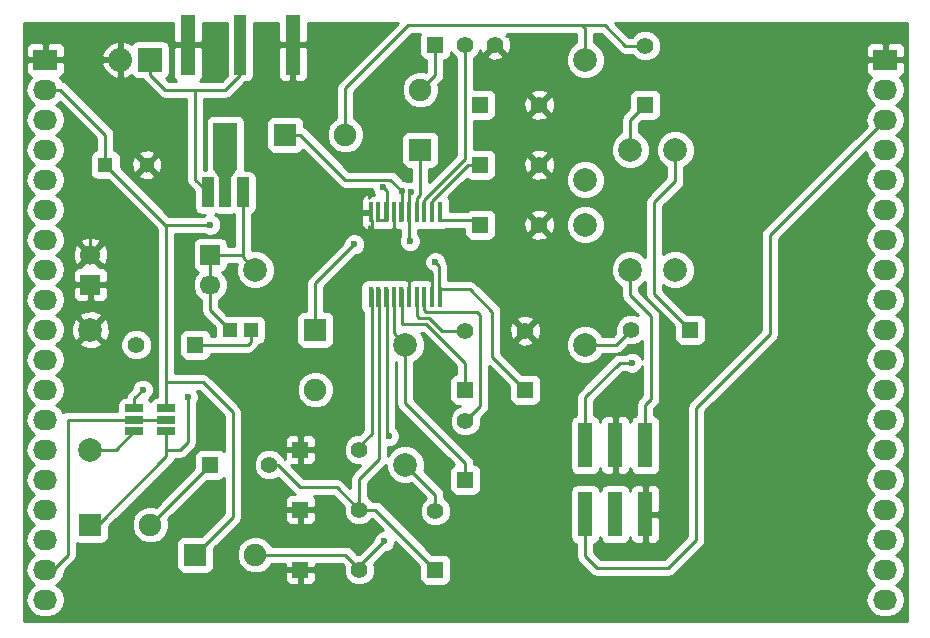
<source format=gbr>
G04 #@! TF.FileFunction,Copper,L1,Top,Signal*
%FSLAX46Y46*%
G04 Gerber Fmt 4.6, Leading zero omitted, Abs format (unit mm)*
G04 Created by KiCad (PCBNEW 4.0.4+e1-6308~48~ubuntu16.04.1-stable) date Tue Sep  6 14:03:07 2016*
%MOMM*%
%LPD*%
G01*
G04 APERTURE LIST*
%ADD10C,0.100000*%
%ADD11R,1.560000X0.650000*%
%ADD12C,1.300000*%
%ADD13R,1.300000X1.300000*%
%ADD14R,1.400000X1.400000*%
%ADD15C,1.400000*%
%ADD16C,1.699260*%
%ADD17R,1.699260X1.699260*%
%ADD18R,1.270000X1.270000*%
%ADD19R,1.905000X1.905000*%
%ADD20C,1.905000*%
%ADD21R,2.032000X2.032000*%
%ADD22O,2.032000X2.032000*%
%ADD23C,1.998980*%
%ADD24R,1.397000X1.397000*%
%ADD25C,1.397000*%
%ADD26R,1.000760X2.501900*%
%ADD27R,1.998980X4.000500*%
%ADD28C,2.000000*%
%ADD29R,1.270000X5.080000*%
%ADD30R,1.016000X5.080000*%
%ADD31R,2.032000X1.727200*%
%ADD32O,2.032000X1.727200*%
%ADD33R,0.450000X1.750000*%
%ADD34R,1.270000X3.810000*%
%ADD35C,0.600000*%
%ADD36C,0.250000*%
%ADD37C,0.254000*%
G04 APERTURE END LIST*
D10*
D11*
X54530000Y-117160000D03*
X54530000Y-118110000D03*
X54530000Y-119060000D03*
X57230000Y-119060000D03*
X57230000Y-117160000D03*
X57230000Y-118110000D03*
D12*
X55570000Y-96520000D03*
D13*
X52070000Y-96520000D03*
D14*
X60960000Y-121920000D03*
D15*
X65960000Y-121920000D03*
D14*
X68580000Y-125730000D03*
D15*
X73580000Y-125730000D03*
D14*
X80010000Y-130810000D03*
D15*
X80010000Y-125810000D03*
D14*
X82550000Y-123190000D03*
D15*
X82550000Y-118190000D03*
D14*
X59690000Y-111760000D03*
D15*
X54690000Y-111760000D03*
D14*
X68580000Y-130810000D03*
D15*
X73580000Y-130810000D03*
D14*
X82550000Y-115570000D03*
D15*
X82550000Y-110570000D03*
D14*
X68580000Y-120650000D03*
D15*
X73580000Y-120650000D03*
D14*
X87630000Y-115570000D03*
D15*
X87630000Y-110570000D03*
D14*
X83820000Y-101600000D03*
D15*
X88820000Y-101600000D03*
D14*
X83820000Y-96520000D03*
D15*
X88820000Y-96520000D03*
D14*
X83820000Y-91440000D03*
D15*
X88820000Y-91440000D03*
D14*
X97790000Y-91440000D03*
D15*
X97790000Y-86440000D03*
D14*
X101600000Y-110490000D03*
D15*
X96600000Y-110490000D03*
D16*
X50799480Y-104142540D03*
D17*
X60959480Y-104142540D03*
D16*
X60960520Y-106677460D03*
D17*
X50800520Y-106677460D03*
D18*
X62611000Y-110490000D03*
X64389000Y-110490000D03*
D19*
X50800000Y-127000000D03*
D20*
X55880000Y-127000000D03*
D19*
X59690000Y-129540000D03*
D20*
X64770000Y-129540000D03*
D19*
X67310000Y-93980000D03*
D20*
X72390000Y-93980000D03*
D19*
X69850000Y-110490000D03*
D20*
X69850000Y-115570000D03*
D19*
X78740000Y-95250000D03*
D20*
X78740000Y-90170000D03*
D21*
X55880000Y-87630000D03*
D22*
X53340000Y-87630000D03*
D23*
X77470000Y-121920000D03*
X77470000Y-111760000D03*
X50800000Y-120650000D03*
X50800000Y-110490000D03*
X92710000Y-87630000D03*
X92710000Y-97790000D03*
X92710000Y-111760000D03*
X92710000Y-101600000D03*
X96520000Y-105410000D03*
X96520000Y-95250000D03*
X100330000Y-105410000D03*
X100330000Y-95250000D03*
D24*
X80010000Y-86360000D03*
D25*
X82550000Y-86360000D03*
X85090000Y-86360000D03*
D26*
X60728860Y-98872040D03*
X62230000Y-98872040D03*
X63731140Y-98872040D03*
D27*
X62230000Y-94919800D03*
D10*
G36*
X63230760Y-96894650D02*
X62730380Y-97643950D01*
X61729620Y-97643950D01*
X61229240Y-96894650D01*
X63230760Y-96894650D01*
X63230760Y-96894650D01*
G37*
D28*
X64770000Y-105410000D03*
D29*
X59055000Y-86360000D03*
X67945000Y-86360000D03*
D30*
X63500000Y-86360000D03*
D31*
X118110000Y-87630000D03*
D32*
X118110000Y-90170000D03*
X118110000Y-92710000D03*
X118110000Y-95250000D03*
X118110000Y-97790000D03*
X118110000Y-100330000D03*
X118110000Y-102870000D03*
X118110000Y-105410000D03*
X118110000Y-107950000D03*
X118110000Y-110490000D03*
X118110000Y-113030000D03*
X118110000Y-115570000D03*
X118110000Y-118110000D03*
X118110000Y-120650000D03*
X118110000Y-123190000D03*
X118110000Y-125730000D03*
X118110000Y-128270000D03*
X118110000Y-130810000D03*
X118110000Y-133350000D03*
D31*
X46990000Y-87630000D03*
D32*
X46990000Y-90170000D03*
X46990000Y-92710000D03*
X46990000Y-95250000D03*
X46990000Y-97790000D03*
X46990000Y-100330000D03*
X46990000Y-102870000D03*
X46990000Y-105410000D03*
X46990000Y-107950000D03*
X46990000Y-110490000D03*
X46990000Y-113030000D03*
X46990000Y-115570000D03*
X46990000Y-118110000D03*
X46990000Y-120650000D03*
X46990000Y-123190000D03*
X46990000Y-125730000D03*
X46990000Y-128270000D03*
X46990000Y-130810000D03*
X46990000Y-133350000D03*
D33*
X74545000Y-107740000D03*
X75195000Y-107740000D03*
X75845000Y-107740000D03*
X76495000Y-107740000D03*
X77145000Y-107740000D03*
X77795000Y-107740000D03*
X78445000Y-107740000D03*
X79095000Y-107740000D03*
X79745000Y-107740000D03*
X80395000Y-107740000D03*
X80395000Y-100540000D03*
X79745000Y-100540000D03*
X79095000Y-100540000D03*
X78445000Y-100540000D03*
X77795000Y-100540000D03*
X77145000Y-100540000D03*
X76495000Y-100540000D03*
X75845000Y-100540000D03*
X75195000Y-100540000D03*
X74545000Y-100540000D03*
D34*
X97790000Y-120269000D03*
X95250000Y-120269000D03*
X92710000Y-120269000D03*
X97790000Y-126111000D03*
X95250000Y-126111000D03*
X92710000Y-126111000D03*
D35*
X55245000Y-115570000D03*
X59055000Y-116205000D03*
X75565000Y-98425000D03*
X60960000Y-101600000D03*
X52324000Y-100838000D03*
X76073000Y-119507000D03*
X75692000Y-128397000D03*
X80010000Y-104775000D03*
X77152500Y-98742500D03*
X77978000Y-98806000D03*
X77851000Y-102997000D03*
X73152000Y-103251000D03*
X96647000Y-113284000D03*
D36*
X57230000Y-120650000D02*
X58420000Y-120650000D01*
X54530000Y-116285000D02*
X54530000Y-117160000D01*
X55245000Y-115570000D02*
X54530000Y-116285000D01*
X59055000Y-120015000D02*
X59055000Y-116205000D01*
X58420000Y-120650000D02*
X59055000Y-120015000D01*
X50800000Y-127000000D02*
X51435000Y-127000000D01*
X51435000Y-127000000D02*
X57230000Y-121205000D01*
X57230000Y-121205000D02*
X57230000Y-120650000D01*
X57230000Y-120650000D02*
X57230000Y-119060000D01*
X54530000Y-118110000D02*
X48895000Y-118110000D01*
X48895000Y-129540000D02*
X47625000Y-130810000D01*
X48895000Y-118110000D02*
X48895000Y-129540000D01*
X47625000Y-130810000D02*
X46990000Y-130810000D01*
X57230000Y-118110000D02*
X54530000Y-118110000D01*
X50800000Y-120650000D02*
X52940000Y-120650000D01*
X52940000Y-120650000D02*
X54530000Y-119060000D01*
X80010000Y-86360000D02*
X80010000Y-88900000D01*
X80010000Y-88900000D02*
X78740000Y-90170000D01*
X75882500Y-101240000D02*
X75247500Y-101240000D01*
X57230000Y-101600000D02*
X60960000Y-101600000D01*
X75882500Y-98742500D02*
X75882500Y-101240000D01*
X75565000Y-98425000D02*
X75882500Y-98742500D01*
X57230000Y-114935000D02*
X60325000Y-114935000D01*
X62865000Y-126365000D02*
X59690000Y-129540000D01*
X62865000Y-117475000D02*
X62865000Y-126365000D01*
X60325000Y-114935000D02*
X62865000Y-117475000D01*
X57230000Y-117160000D02*
X57230000Y-114935000D01*
X57230000Y-114935000D02*
X57230000Y-101600000D01*
X57230000Y-101600000D02*
X57230000Y-101680000D01*
X57230000Y-101680000D02*
X52070000Y-96520000D01*
X46990000Y-90170000D02*
X48260000Y-90170000D01*
X52070000Y-93980000D02*
X52070000Y-96520000D01*
X48260000Y-90170000D02*
X52070000Y-93980000D01*
X50799480Y-104142540D02*
X50799480Y-102362520D01*
X50799480Y-102362520D02*
X52324000Y-100838000D01*
X76517500Y-101240000D02*
X76517500Y-103886000D01*
X76517500Y-103886000D02*
X76581000Y-103886000D01*
X77787500Y-107040000D02*
X77787500Y-103886000D01*
X77787500Y-103886000D02*
X77724000Y-103886000D01*
X74612500Y-101240000D02*
X74612500Y-103949500D01*
X79692500Y-105727500D02*
X79692500Y-107040000D01*
X77851000Y-103886000D02*
X79692500Y-105727500D01*
X74676000Y-103886000D02*
X76581000Y-103886000D01*
X76581000Y-103886000D02*
X77724000Y-103886000D01*
X77724000Y-103886000D02*
X77851000Y-103886000D01*
X74612500Y-103949500D02*
X74676000Y-103886000D01*
X55880000Y-127000000D02*
X60960000Y-121920000D01*
X73580000Y-125730000D02*
X73580000Y-123143000D01*
X75247500Y-121475500D02*
X75247500Y-107040000D01*
X73580000Y-123143000D02*
X75247500Y-121475500D01*
X73580000Y-125730000D02*
X74930000Y-125730000D01*
X74930000Y-125730000D02*
X80010000Y-130810000D01*
X65960000Y-121920000D02*
X66675000Y-121920000D01*
X71675000Y-123825000D02*
X73580000Y-125730000D01*
X68580000Y-123825000D02*
X71675000Y-123825000D01*
X66675000Y-121920000D02*
X68580000Y-123825000D01*
X80010000Y-125810000D02*
X80010000Y-124460000D01*
X80010000Y-124460000D02*
X77470000Y-121920000D01*
X77470000Y-111760000D02*
X77470000Y-116713000D01*
X82550000Y-121793000D02*
X82550000Y-123190000D01*
X77470000Y-116713000D02*
X82550000Y-121793000D01*
X76517500Y-107040000D02*
X76517500Y-110807500D01*
X76517500Y-110807500D02*
X77470000Y-111760000D01*
X79095000Y-107740000D02*
X79095000Y-108813000D01*
X83820000Y-116920000D02*
X82550000Y-118190000D01*
X83820000Y-109220000D02*
X83820000Y-116920000D01*
X83566000Y-108966000D02*
X83820000Y-109220000D01*
X79248000Y-108966000D02*
X83566000Y-108966000D01*
X79095000Y-108813000D02*
X79248000Y-108966000D01*
X79057500Y-107040000D02*
X79057500Y-108394500D01*
X59690000Y-111760000D02*
X64135000Y-111760000D01*
X64389000Y-111506000D02*
X64389000Y-110490000D01*
X64135000Y-111760000D02*
X64389000Y-111506000D01*
X73580000Y-130810000D02*
X73580000Y-130509000D01*
X73580000Y-130509000D02*
X75692000Y-128397000D01*
X75882500Y-119316500D02*
X75882500Y-107040000D01*
X76073000Y-119507000D02*
X75882500Y-119316500D01*
X64770000Y-129540000D02*
X72390000Y-129540000D01*
X72390000Y-129540000D02*
X73580000Y-130730000D01*
X73580000Y-130730000D02*
X73580000Y-130810000D01*
X82550000Y-115570000D02*
X82550000Y-113284000D01*
X77152500Y-109918500D02*
X77152500Y-107040000D01*
X77216000Y-109982000D02*
X77152500Y-109918500D01*
X79248000Y-109982000D02*
X77216000Y-109982000D01*
X82550000Y-113284000D02*
X79248000Y-109982000D01*
X78445000Y-107740000D02*
X78445000Y-109306000D01*
X80598000Y-110570000D02*
X82550000Y-110570000D01*
X79502000Y-109474000D02*
X80598000Y-110570000D01*
X78613000Y-109474000D02*
X79502000Y-109474000D01*
X78445000Y-109306000D02*
X78613000Y-109474000D01*
X73580000Y-120650000D02*
X73580000Y-120349000D01*
X73580000Y-120349000D02*
X74612500Y-119316500D01*
X74612500Y-119316500D02*
X74612500Y-107040000D01*
X80327500Y-107040000D02*
X82910000Y-107040000D01*
X84836000Y-112776000D02*
X87630000Y-115570000D01*
X84836000Y-108966000D02*
X84836000Y-112776000D01*
X82910000Y-107040000D02*
X84836000Y-108966000D01*
X80327500Y-105092500D02*
X80327500Y-107040000D01*
X80010000Y-104775000D02*
X80327500Y-105092500D01*
X80327500Y-101240000D02*
X83460000Y-101240000D01*
X83460000Y-101240000D02*
X83820000Y-101600000D01*
X79745000Y-100540000D02*
X79745000Y-99579000D01*
X82804000Y-96520000D02*
X83820000Y-96520000D01*
X79745000Y-99579000D02*
X82804000Y-96520000D01*
X79692500Y-101240000D02*
X79692500Y-99885500D01*
X78740000Y-95250000D02*
X78740000Y-99060000D01*
X78422500Y-99377500D02*
X78422500Y-101240000D01*
X78740000Y-99060000D02*
X78422500Y-99377500D01*
X96520000Y-95250000D02*
X96520000Y-92710000D01*
X96520000Y-92710000D02*
X97790000Y-91440000D01*
X92710000Y-87630000D02*
X92710000Y-84963000D01*
X92456000Y-84709000D02*
X92583000Y-84709000D01*
X92710000Y-84963000D02*
X92456000Y-84709000D01*
X97790000Y-86440000D02*
X96092000Y-86440000D01*
X72390000Y-90043000D02*
X72390000Y-93980000D01*
X77724000Y-84709000D02*
X72390000Y-90043000D01*
X94361000Y-84709000D02*
X92583000Y-84709000D01*
X92583000Y-84709000D02*
X77724000Y-84709000D01*
X96092000Y-86440000D02*
X94361000Y-84709000D01*
X100330000Y-95250000D02*
X100330000Y-97917000D01*
X98552000Y-107442000D02*
X101600000Y-110490000D01*
X98552000Y-99695000D02*
X98552000Y-107442000D01*
X100330000Y-97917000D02*
X98552000Y-99695000D01*
X92710000Y-111760000D02*
X95330000Y-111760000D01*
X95330000Y-111760000D02*
X96600000Y-110490000D01*
X60960520Y-106677460D02*
X60960520Y-108839520D01*
X60960520Y-108839520D02*
X62611000Y-110490000D01*
X60959480Y-104142540D02*
X60959480Y-106676420D01*
X60959480Y-106676420D02*
X60960520Y-106677460D01*
X63731140Y-104140000D02*
X60962020Y-104140000D01*
X60962020Y-104140000D02*
X60959480Y-104142540D01*
X63731140Y-98872040D02*
X63731140Y-104140000D01*
X63731140Y-104140000D02*
X63731140Y-104371140D01*
X63731140Y-104371140D02*
X64770000Y-105410000D01*
X77152500Y-101240000D02*
X77152500Y-98742500D01*
X67310000Y-93980000D02*
X68580000Y-93980000D01*
X76200000Y-97790000D02*
X77152500Y-98742500D01*
X72390000Y-97790000D02*
X76200000Y-97790000D01*
X68580000Y-93980000D02*
X72390000Y-97790000D01*
X77787500Y-101240000D02*
X77787500Y-98996500D01*
X77787500Y-98996500D02*
X77978000Y-98806000D01*
X69850000Y-110490000D02*
X69850000Y-106553000D01*
X77787500Y-102933500D02*
X77787500Y-101240000D01*
X77851000Y-102997000D02*
X77787500Y-102933500D01*
X69850000Y-106553000D02*
X73152000Y-103251000D01*
X60728860Y-98872040D02*
X60728860Y-98828860D01*
X60728860Y-98828860D02*
X59690000Y-97790000D01*
X59690000Y-97790000D02*
X59690000Y-90170000D01*
X55880000Y-87630000D02*
X55880000Y-88900000D01*
X62230000Y-90170000D02*
X63500000Y-88900000D01*
X57150000Y-90170000D02*
X59690000Y-90170000D01*
X59690000Y-90170000D02*
X62230000Y-90170000D01*
X55880000Y-88900000D02*
X57150000Y-90170000D01*
X63500000Y-88900000D02*
X63500000Y-86360000D01*
X92710000Y-126111000D02*
X92710000Y-129667000D01*
X108331000Y-102489000D02*
X118110000Y-92710000D01*
X108331000Y-110871000D02*
X108331000Y-102489000D01*
X102108000Y-117094000D02*
X108331000Y-110871000D01*
X102108000Y-128270000D02*
X102108000Y-117094000D01*
X99695000Y-130683000D02*
X102108000Y-128270000D01*
X93726000Y-130683000D02*
X99695000Y-130683000D01*
X92710000Y-129667000D02*
X93726000Y-130683000D01*
X118110000Y-92710000D02*
X118110000Y-92837000D01*
X96520000Y-105410000D02*
X96520000Y-107569000D01*
X97790000Y-116840000D02*
X97790000Y-120269000D01*
X98298000Y-116332000D02*
X97790000Y-116840000D01*
X98298000Y-109347000D02*
X98298000Y-116332000D01*
X96520000Y-107569000D02*
X98298000Y-109347000D01*
X92710000Y-120269000D02*
X92710000Y-116205000D01*
X95631000Y-113284000D02*
X96647000Y-113284000D01*
X92710000Y-116205000D02*
X95631000Y-113284000D01*
X79057500Y-101240000D02*
X79057500Y-99504500D01*
X82550000Y-96012000D02*
X82550000Y-86360000D01*
X79057500Y-99504500D02*
X82550000Y-96012000D01*
X62230000Y-98872040D02*
X62230000Y-94919800D01*
D37*
G36*
X57785000Y-86074250D02*
X57943750Y-86233000D01*
X58928000Y-86233000D01*
X58928000Y-86213000D01*
X59182000Y-86213000D01*
X59182000Y-86233000D01*
X60166250Y-86233000D01*
X60325000Y-86074250D01*
X60325000Y-84530000D01*
X62344560Y-84530000D01*
X62344560Y-88900000D01*
X62357330Y-88967868D01*
X61915198Y-89410000D01*
X60078025Y-89410000D01*
X60228327Y-89259699D01*
X60325000Y-89026310D01*
X60325000Y-86645750D01*
X60166250Y-86487000D01*
X59182000Y-86487000D01*
X59182000Y-86507000D01*
X58928000Y-86507000D01*
X58928000Y-86487000D01*
X57943750Y-86487000D01*
X57785000Y-86645750D01*
X57785000Y-89026310D01*
X57881673Y-89259699D01*
X58031975Y-89410000D01*
X57464802Y-89410000D01*
X57236366Y-89181564D01*
X57347441Y-89110090D01*
X57492431Y-88897890D01*
X57543440Y-88646000D01*
X57543440Y-86614000D01*
X57499162Y-86378683D01*
X57360090Y-86162559D01*
X57147890Y-86017569D01*
X56896000Y-85966560D01*
X54864000Y-85966560D01*
X54628683Y-86010838D01*
X54412559Y-86149910D01*
X54312144Y-86296872D01*
X54308379Y-86292812D01*
X53722946Y-86024017D01*
X53467000Y-86142633D01*
X53467000Y-87503000D01*
X53487000Y-87503000D01*
X53487000Y-87757000D01*
X53467000Y-87757000D01*
X53467000Y-89117367D01*
X53722946Y-89235983D01*
X54308379Y-88967188D01*
X54312934Y-88962276D01*
X54399910Y-89097441D01*
X54612110Y-89242431D01*
X54864000Y-89293440D01*
X55246408Y-89293440D01*
X55342599Y-89437401D01*
X56612599Y-90707401D01*
X56859160Y-90872148D01*
X57150000Y-90930000D01*
X58930000Y-90930000D01*
X58930000Y-97790000D01*
X58987852Y-98080839D01*
X59152599Y-98327401D01*
X59581040Y-98755842D01*
X59581040Y-100122990D01*
X59625318Y-100358307D01*
X59764390Y-100574431D01*
X59976590Y-100719421D01*
X60228480Y-100770430D01*
X60519280Y-100770430D01*
X60431057Y-100806883D01*
X60397882Y-100840000D01*
X57464802Y-100840000D01*
X54043818Y-97419016D01*
X54850590Y-97419016D01*
X54906271Y-97649611D01*
X55389078Y-97817622D01*
X55899428Y-97788083D01*
X56233729Y-97649611D01*
X56289410Y-97419016D01*
X55570000Y-96699605D01*
X54850590Y-97419016D01*
X54043818Y-97419016D01*
X53367440Y-96742638D01*
X53367440Y-96339078D01*
X54272378Y-96339078D01*
X54301917Y-96849428D01*
X54440389Y-97183729D01*
X54670984Y-97239410D01*
X55390395Y-96520000D01*
X55749605Y-96520000D01*
X56469016Y-97239410D01*
X56699611Y-97183729D01*
X56867622Y-96700922D01*
X56838083Y-96190572D01*
X56699611Y-95856271D01*
X56469016Y-95800590D01*
X55749605Y-96520000D01*
X55390395Y-96520000D01*
X54670984Y-95800590D01*
X54440389Y-95856271D01*
X54272378Y-96339078D01*
X53367440Y-96339078D01*
X53367440Y-95870000D01*
X53323162Y-95634683D01*
X53314347Y-95620984D01*
X54850590Y-95620984D01*
X55570000Y-96340395D01*
X56289410Y-95620984D01*
X56233729Y-95390389D01*
X55750922Y-95222378D01*
X55240572Y-95251917D01*
X54906271Y-95390389D01*
X54850590Y-95620984D01*
X53314347Y-95620984D01*
X53184090Y-95418559D01*
X52971890Y-95273569D01*
X52830000Y-95244836D01*
X52830000Y-93980000D01*
X52772148Y-93689161D01*
X52607401Y-93442599D01*
X48797401Y-89632599D01*
X48550839Y-89467852D01*
X48461419Y-89450065D01*
X48234415Y-89110330D01*
X48212220Y-89095500D01*
X48365699Y-89031927D01*
X48544327Y-88853298D01*
X48641000Y-88619909D01*
X48641000Y-88012944D01*
X51734025Y-88012944D01*
X51933615Y-88494818D01*
X52371621Y-88967188D01*
X52957054Y-89235983D01*
X53213000Y-89117367D01*
X53213000Y-87757000D01*
X51853164Y-87757000D01*
X51734025Y-88012944D01*
X48641000Y-88012944D01*
X48641000Y-87915750D01*
X48482250Y-87757000D01*
X47117000Y-87757000D01*
X47117000Y-87777000D01*
X46863000Y-87777000D01*
X46863000Y-87757000D01*
X45497750Y-87757000D01*
X45339000Y-87915750D01*
X45339000Y-88619909D01*
X45435673Y-88853298D01*
X45614301Y-89031927D01*
X45767780Y-89095500D01*
X45745585Y-89110330D01*
X45420729Y-89596511D01*
X45306655Y-90170000D01*
X45420729Y-90743489D01*
X45745585Y-91229670D01*
X46060366Y-91440000D01*
X45745585Y-91650330D01*
X45420729Y-92136511D01*
X45306655Y-92710000D01*
X45420729Y-93283489D01*
X45745585Y-93769670D01*
X46060366Y-93980000D01*
X45745585Y-94190330D01*
X45420729Y-94676511D01*
X45306655Y-95250000D01*
X45420729Y-95823489D01*
X45745585Y-96309670D01*
X46060366Y-96520000D01*
X45745585Y-96730330D01*
X45420729Y-97216511D01*
X45306655Y-97790000D01*
X45420729Y-98363489D01*
X45745585Y-98849670D01*
X46060366Y-99060000D01*
X45745585Y-99270330D01*
X45420729Y-99756511D01*
X45306655Y-100330000D01*
X45420729Y-100903489D01*
X45745585Y-101389670D01*
X46060366Y-101600000D01*
X45745585Y-101810330D01*
X45420729Y-102296511D01*
X45306655Y-102870000D01*
X45420729Y-103443489D01*
X45745585Y-103929670D01*
X46060366Y-104140000D01*
X45745585Y-104350330D01*
X45420729Y-104836511D01*
X45306655Y-105410000D01*
X45420729Y-105983489D01*
X45745585Y-106469670D01*
X46060366Y-106680000D01*
X45745585Y-106890330D01*
X45420729Y-107376511D01*
X45306655Y-107950000D01*
X45420729Y-108523489D01*
X45745585Y-109009670D01*
X46060366Y-109220000D01*
X45745585Y-109430330D01*
X45420729Y-109916511D01*
X45306655Y-110490000D01*
X45420729Y-111063489D01*
X45745585Y-111549670D01*
X46060366Y-111760000D01*
X45745585Y-111970330D01*
X45420729Y-112456511D01*
X45306655Y-113030000D01*
X45420729Y-113603489D01*
X45745585Y-114089670D01*
X46060366Y-114300000D01*
X45745585Y-114510330D01*
X45420729Y-114996511D01*
X45306655Y-115570000D01*
X45420729Y-116143489D01*
X45745585Y-116629670D01*
X46060366Y-116840000D01*
X45745585Y-117050330D01*
X45420729Y-117536511D01*
X45306655Y-118110000D01*
X45420729Y-118683489D01*
X45745585Y-119169670D01*
X46060366Y-119380000D01*
X45745585Y-119590330D01*
X45420729Y-120076511D01*
X45306655Y-120650000D01*
X45420729Y-121223489D01*
X45745585Y-121709670D01*
X46060366Y-121920000D01*
X45745585Y-122130330D01*
X45420729Y-122616511D01*
X45306655Y-123190000D01*
X45420729Y-123763489D01*
X45745585Y-124249670D01*
X46060366Y-124460000D01*
X45745585Y-124670330D01*
X45420729Y-125156511D01*
X45306655Y-125730000D01*
X45420729Y-126303489D01*
X45745585Y-126789670D01*
X46060366Y-127000000D01*
X45745585Y-127210330D01*
X45420729Y-127696511D01*
X45306655Y-128270000D01*
X45420729Y-128843489D01*
X45745585Y-129329670D01*
X46060366Y-129540000D01*
X45745585Y-129750330D01*
X45420729Y-130236511D01*
X45306655Y-130810000D01*
X45420729Y-131383489D01*
X45745585Y-131869670D01*
X46060366Y-132080000D01*
X45745585Y-132290330D01*
X45420729Y-132776511D01*
X45306655Y-133350000D01*
X45420729Y-133923489D01*
X45745585Y-134409670D01*
X46231766Y-134734526D01*
X46805255Y-134848600D01*
X47174745Y-134848600D01*
X47748234Y-134734526D01*
X48234415Y-134409670D01*
X48559271Y-133923489D01*
X48673345Y-133350000D01*
X48559271Y-132776511D01*
X48234415Y-132290330D01*
X47919634Y-132080000D01*
X48234415Y-131869670D01*
X48559271Y-131383489D01*
X48666776Y-130843026D01*
X49432401Y-130077401D01*
X49597148Y-129830840D01*
X49655000Y-129540000D01*
X49655000Y-128560958D01*
X49847500Y-128599940D01*
X51752500Y-128599940D01*
X51987817Y-128555662D01*
X52203941Y-128416590D01*
X52348931Y-128204390D01*
X52399940Y-127952500D01*
X52399940Y-127109862D01*
X57767401Y-121742401D01*
X57932148Y-121495839D01*
X57949223Y-121410000D01*
X58420000Y-121410000D01*
X58710839Y-121352148D01*
X58957401Y-121187401D01*
X59592401Y-120552401D01*
X59757148Y-120305839D01*
X59815000Y-120015000D01*
X59815000Y-116767463D01*
X59847192Y-116735327D01*
X59989838Y-116391799D01*
X59990162Y-116019833D01*
X59855944Y-115695000D01*
X60010198Y-115695000D01*
X62105000Y-117789802D01*
X62105000Y-120755515D01*
X61911890Y-120623569D01*
X61660000Y-120572560D01*
X60260000Y-120572560D01*
X60024683Y-120616838D01*
X59808559Y-120755910D01*
X59663569Y-120968110D01*
X59612560Y-121220000D01*
X59612560Y-122192638D01*
X56335131Y-125470067D01*
X56197159Y-125412776D01*
X55565612Y-125412225D01*
X54981928Y-125653398D01*
X54534968Y-126099579D01*
X54292776Y-126682841D01*
X54292225Y-127314388D01*
X54533398Y-127898072D01*
X54979579Y-128345032D01*
X55562841Y-128587224D01*
X56194388Y-128587775D01*
X56778072Y-128346602D01*
X57225032Y-127900421D01*
X57467224Y-127317159D01*
X57467775Y-126685612D01*
X57409712Y-126545090D01*
X60687362Y-123267440D01*
X61660000Y-123267440D01*
X61895317Y-123223162D01*
X62105000Y-123088235D01*
X62105000Y-126050198D01*
X60215138Y-127940060D01*
X58737500Y-127940060D01*
X58502183Y-127984338D01*
X58286059Y-128123410D01*
X58141069Y-128335610D01*
X58090060Y-128587500D01*
X58090060Y-130492500D01*
X58134338Y-130727817D01*
X58273410Y-130943941D01*
X58485610Y-131088931D01*
X58737500Y-131139940D01*
X60642500Y-131139940D01*
X60877817Y-131095662D01*
X61093941Y-130956590D01*
X61238931Y-130744390D01*
X61289940Y-130492500D01*
X61289940Y-129854388D01*
X63182225Y-129854388D01*
X63423398Y-130438072D01*
X63869579Y-130885032D01*
X64452841Y-131127224D01*
X65084388Y-131127775D01*
X65161894Y-131095750D01*
X67245000Y-131095750D01*
X67245000Y-131636310D01*
X67341673Y-131869699D01*
X67520302Y-132048327D01*
X67753691Y-132145000D01*
X68294250Y-132145000D01*
X68453000Y-131986250D01*
X68453000Y-130937000D01*
X68707000Y-130937000D01*
X68707000Y-131986250D01*
X68865750Y-132145000D01*
X69406309Y-132145000D01*
X69639698Y-132048327D01*
X69818327Y-131869699D01*
X69915000Y-131636310D01*
X69915000Y-131095750D01*
X69756250Y-130937000D01*
X68707000Y-130937000D01*
X68453000Y-130937000D01*
X67403750Y-130937000D01*
X67245000Y-131095750D01*
X65161894Y-131095750D01*
X65668072Y-130886602D01*
X66115032Y-130440421D01*
X66173340Y-130300000D01*
X67245000Y-130300000D01*
X67245000Y-130524250D01*
X67403750Y-130683000D01*
X68453000Y-130683000D01*
X68453000Y-130663000D01*
X68707000Y-130663000D01*
X68707000Y-130683000D01*
X69756250Y-130683000D01*
X69915000Y-130524250D01*
X69915000Y-130300000D01*
X72075198Y-130300000D01*
X72266725Y-130491527D01*
X72245232Y-130543287D01*
X72244769Y-131074383D01*
X72447582Y-131565229D01*
X72822796Y-131941098D01*
X73313287Y-132144768D01*
X73844383Y-132145231D01*
X74335229Y-131942418D01*
X74711098Y-131567204D01*
X74914768Y-131076713D01*
X74915231Y-130545617D01*
X74828380Y-130335422D01*
X75831680Y-129332122D01*
X75877167Y-129332162D01*
X76220943Y-129190117D01*
X76484192Y-128927327D01*
X76626838Y-128583799D01*
X76626910Y-128501712D01*
X78662560Y-130537362D01*
X78662560Y-131510000D01*
X78706838Y-131745317D01*
X78845910Y-131961441D01*
X79058110Y-132106431D01*
X79310000Y-132157440D01*
X80710000Y-132157440D01*
X80945317Y-132113162D01*
X81161441Y-131974090D01*
X81306431Y-131761890D01*
X81357440Y-131510000D01*
X81357440Y-130110000D01*
X81313162Y-129874683D01*
X81174090Y-129658559D01*
X80961890Y-129513569D01*
X80710000Y-129462560D01*
X79737362Y-129462560D01*
X75467401Y-125192599D01*
X75220839Y-125027852D01*
X74930000Y-124970000D01*
X74707655Y-124970000D01*
X74340000Y-124601703D01*
X74340000Y-123457802D01*
X75784901Y-122012901D01*
X75835494Y-121937183D01*
X75835226Y-122243694D01*
X76083538Y-122844655D01*
X76542927Y-123304846D01*
X77143453Y-123554206D01*
X77793694Y-123554774D01*
X77960889Y-123485691D01*
X79203731Y-124728533D01*
X78878902Y-125052796D01*
X78675232Y-125543287D01*
X78674769Y-126074383D01*
X78877582Y-126565229D01*
X79252796Y-126941098D01*
X79743287Y-127144768D01*
X80274383Y-127145231D01*
X80765229Y-126942418D01*
X81141098Y-126567204D01*
X81344768Y-126076713D01*
X81345231Y-125545617D01*
X81142418Y-125054771D01*
X80770000Y-124681703D01*
X80770000Y-124460000D01*
X80712148Y-124169161D01*
X80712148Y-124169160D01*
X80547401Y-123922599D01*
X79035885Y-122411083D01*
X79104206Y-122246547D01*
X79104774Y-121596306D01*
X78856462Y-120995345D01*
X78397073Y-120535154D01*
X77796547Y-120285794D01*
X77146306Y-120285226D01*
X76545345Y-120533538D01*
X76085154Y-120992927D01*
X76007500Y-121179939D01*
X76007500Y-120441944D01*
X76258167Y-120442162D01*
X76601943Y-120300117D01*
X76865192Y-120037327D01*
X77007838Y-119693799D01*
X77008162Y-119321833D01*
X76866117Y-118978057D01*
X76642500Y-118754049D01*
X76642500Y-113186192D01*
X76710000Y-113214221D01*
X76710000Y-116713000D01*
X76767852Y-117003839D01*
X76932599Y-117250401D01*
X81586908Y-121904710D01*
X81398559Y-122025910D01*
X81253569Y-122238110D01*
X81202560Y-122490000D01*
X81202560Y-123890000D01*
X81246838Y-124125317D01*
X81385910Y-124341441D01*
X81598110Y-124486431D01*
X81850000Y-124537440D01*
X83250000Y-124537440D01*
X83485317Y-124493162D01*
X83701441Y-124354090D01*
X83802626Y-124206000D01*
X91427560Y-124206000D01*
X91427560Y-128016000D01*
X91471838Y-128251317D01*
X91610910Y-128467441D01*
X91823110Y-128612431D01*
X91950000Y-128638127D01*
X91950000Y-129667000D01*
X92007852Y-129957839D01*
X92172599Y-130204401D01*
X93188599Y-131220401D01*
X93435161Y-131385148D01*
X93726000Y-131443000D01*
X99695000Y-131443000D01*
X99985839Y-131385148D01*
X100232401Y-131220401D01*
X102645401Y-128807401D01*
X102810148Y-128560840D01*
X102868000Y-128270000D01*
X102868000Y-117408802D01*
X108868401Y-111408401D01*
X109033148Y-111161839D01*
X109091000Y-110871000D01*
X109091000Y-102803802D01*
X116462848Y-95431954D01*
X116540729Y-95823489D01*
X116865585Y-96309670D01*
X117180366Y-96520000D01*
X116865585Y-96730330D01*
X116540729Y-97216511D01*
X116426655Y-97790000D01*
X116540729Y-98363489D01*
X116865585Y-98849670D01*
X117180366Y-99060000D01*
X116865585Y-99270330D01*
X116540729Y-99756511D01*
X116426655Y-100330000D01*
X116540729Y-100903489D01*
X116865585Y-101389670D01*
X117180366Y-101600000D01*
X116865585Y-101810330D01*
X116540729Y-102296511D01*
X116426655Y-102870000D01*
X116540729Y-103443489D01*
X116865585Y-103929670D01*
X117180366Y-104140000D01*
X116865585Y-104350330D01*
X116540729Y-104836511D01*
X116426655Y-105410000D01*
X116540729Y-105983489D01*
X116865585Y-106469670D01*
X117180366Y-106680000D01*
X116865585Y-106890330D01*
X116540729Y-107376511D01*
X116426655Y-107950000D01*
X116540729Y-108523489D01*
X116865585Y-109009670D01*
X117180366Y-109220000D01*
X116865585Y-109430330D01*
X116540729Y-109916511D01*
X116426655Y-110490000D01*
X116540729Y-111063489D01*
X116865585Y-111549670D01*
X117180366Y-111760000D01*
X116865585Y-111970330D01*
X116540729Y-112456511D01*
X116426655Y-113030000D01*
X116540729Y-113603489D01*
X116865585Y-114089670D01*
X117180366Y-114300000D01*
X116865585Y-114510330D01*
X116540729Y-114996511D01*
X116426655Y-115570000D01*
X116540729Y-116143489D01*
X116865585Y-116629670D01*
X117180366Y-116840000D01*
X116865585Y-117050330D01*
X116540729Y-117536511D01*
X116426655Y-118110000D01*
X116540729Y-118683489D01*
X116865585Y-119169670D01*
X117180366Y-119380000D01*
X116865585Y-119590330D01*
X116540729Y-120076511D01*
X116426655Y-120650000D01*
X116540729Y-121223489D01*
X116865585Y-121709670D01*
X117180366Y-121920000D01*
X116865585Y-122130330D01*
X116540729Y-122616511D01*
X116426655Y-123190000D01*
X116540729Y-123763489D01*
X116865585Y-124249670D01*
X117180366Y-124460000D01*
X116865585Y-124670330D01*
X116540729Y-125156511D01*
X116426655Y-125730000D01*
X116540729Y-126303489D01*
X116865585Y-126789670D01*
X117180366Y-127000000D01*
X116865585Y-127210330D01*
X116540729Y-127696511D01*
X116426655Y-128270000D01*
X116540729Y-128843489D01*
X116865585Y-129329670D01*
X117180366Y-129540000D01*
X116865585Y-129750330D01*
X116540729Y-130236511D01*
X116426655Y-130810000D01*
X116540729Y-131383489D01*
X116865585Y-131869670D01*
X117180366Y-132080000D01*
X116865585Y-132290330D01*
X116540729Y-132776511D01*
X116426655Y-133350000D01*
X116540729Y-133923489D01*
X116865585Y-134409670D01*
X117351766Y-134734526D01*
X117925255Y-134848600D01*
X118294745Y-134848600D01*
X118868234Y-134734526D01*
X119354415Y-134409670D01*
X119679271Y-133923489D01*
X119793345Y-133350000D01*
X119679271Y-132776511D01*
X119354415Y-132290330D01*
X119039634Y-132080000D01*
X119354415Y-131869670D01*
X119679271Y-131383489D01*
X119793345Y-130810000D01*
X119679271Y-130236511D01*
X119354415Y-129750330D01*
X119039634Y-129540000D01*
X119354415Y-129329670D01*
X119679271Y-128843489D01*
X119793345Y-128270000D01*
X119679271Y-127696511D01*
X119354415Y-127210330D01*
X119039634Y-127000000D01*
X119354415Y-126789670D01*
X119679271Y-126303489D01*
X119793345Y-125730000D01*
X119679271Y-125156511D01*
X119354415Y-124670330D01*
X119039634Y-124460000D01*
X119354415Y-124249670D01*
X119679271Y-123763489D01*
X119793345Y-123190000D01*
X119679271Y-122616511D01*
X119354415Y-122130330D01*
X119039634Y-121920000D01*
X119354415Y-121709670D01*
X119679271Y-121223489D01*
X119793345Y-120650000D01*
X119679271Y-120076511D01*
X119354415Y-119590330D01*
X119039634Y-119380000D01*
X119354415Y-119169670D01*
X119679271Y-118683489D01*
X119793345Y-118110000D01*
X119679271Y-117536511D01*
X119354415Y-117050330D01*
X119039634Y-116840000D01*
X119354415Y-116629670D01*
X119679271Y-116143489D01*
X119793345Y-115570000D01*
X119679271Y-114996511D01*
X119354415Y-114510330D01*
X119039634Y-114300000D01*
X119354415Y-114089670D01*
X119679271Y-113603489D01*
X119793345Y-113030000D01*
X119679271Y-112456511D01*
X119354415Y-111970330D01*
X119039634Y-111760000D01*
X119354415Y-111549670D01*
X119679271Y-111063489D01*
X119793345Y-110490000D01*
X119679271Y-109916511D01*
X119354415Y-109430330D01*
X119039634Y-109220000D01*
X119354415Y-109009670D01*
X119679271Y-108523489D01*
X119793345Y-107950000D01*
X119679271Y-107376511D01*
X119354415Y-106890330D01*
X119039634Y-106680000D01*
X119354415Y-106469670D01*
X119679271Y-105983489D01*
X119793345Y-105410000D01*
X119679271Y-104836511D01*
X119354415Y-104350330D01*
X119039634Y-104140000D01*
X119354415Y-103929670D01*
X119679271Y-103443489D01*
X119793345Y-102870000D01*
X119679271Y-102296511D01*
X119354415Y-101810330D01*
X119039634Y-101600000D01*
X119354415Y-101389670D01*
X119679271Y-100903489D01*
X119793345Y-100330000D01*
X119679271Y-99756511D01*
X119354415Y-99270330D01*
X119039634Y-99060000D01*
X119354415Y-98849670D01*
X119679271Y-98363489D01*
X119793345Y-97790000D01*
X119679271Y-97216511D01*
X119354415Y-96730330D01*
X119039634Y-96520000D01*
X119354415Y-96309670D01*
X119679271Y-95823489D01*
X119793345Y-95250000D01*
X119679271Y-94676511D01*
X119354415Y-94190330D01*
X119039634Y-93980000D01*
X119354415Y-93769670D01*
X119679271Y-93283489D01*
X119793345Y-92710000D01*
X119679271Y-92136511D01*
X119354415Y-91650330D01*
X119039634Y-91440000D01*
X119354415Y-91229670D01*
X119679271Y-90743489D01*
X119793345Y-90170000D01*
X119679271Y-89596511D01*
X119354415Y-89110330D01*
X119332220Y-89095500D01*
X119485699Y-89031927D01*
X119664327Y-88853298D01*
X119761000Y-88619909D01*
X119761000Y-87915750D01*
X119602250Y-87757000D01*
X118237000Y-87757000D01*
X118237000Y-87777000D01*
X117983000Y-87777000D01*
X117983000Y-87757000D01*
X116617750Y-87757000D01*
X116459000Y-87915750D01*
X116459000Y-88619909D01*
X116555673Y-88853298D01*
X116734301Y-89031927D01*
X116887780Y-89095500D01*
X116865585Y-89110330D01*
X116540729Y-89596511D01*
X116426655Y-90170000D01*
X116540729Y-90743489D01*
X116865585Y-91229670D01*
X117180366Y-91440000D01*
X116865585Y-91650330D01*
X116540729Y-92136511D01*
X116426655Y-92710000D01*
X116527619Y-93217579D01*
X107793599Y-101951599D01*
X107628852Y-102198161D01*
X107571000Y-102489000D01*
X107571000Y-110556198D01*
X101570599Y-116556599D01*
X101405852Y-116803161D01*
X101348000Y-117094000D01*
X101348000Y-127955198D01*
X99380198Y-129923000D01*
X94040802Y-129923000D01*
X93470000Y-129352198D01*
X93470000Y-128639920D01*
X93580317Y-128619162D01*
X93796441Y-128480090D01*
X93941431Y-128267890D01*
X93979543Y-128079686D01*
X94011838Y-128251317D01*
X94150910Y-128467441D01*
X94363110Y-128612431D01*
X94615000Y-128663440D01*
X95885000Y-128663440D01*
X96120317Y-128619162D01*
X96336441Y-128480090D01*
X96481431Y-128267890D01*
X96520000Y-128077431D01*
X96520000Y-128142309D01*
X96616673Y-128375698D01*
X96795301Y-128554327D01*
X97028690Y-128651000D01*
X97504250Y-128651000D01*
X97663000Y-128492250D01*
X97663000Y-126238000D01*
X97917000Y-126238000D01*
X97917000Y-128492250D01*
X98075750Y-128651000D01*
X98551310Y-128651000D01*
X98784699Y-128554327D01*
X98963327Y-128375698D01*
X99060000Y-128142309D01*
X99060000Y-126396750D01*
X98901250Y-126238000D01*
X97917000Y-126238000D01*
X97663000Y-126238000D01*
X97643000Y-126238000D01*
X97643000Y-125984000D01*
X97663000Y-125984000D01*
X97663000Y-123729750D01*
X97917000Y-123729750D01*
X97917000Y-125984000D01*
X98901250Y-125984000D01*
X99060000Y-125825250D01*
X99060000Y-124079691D01*
X98963327Y-123846302D01*
X98784699Y-123667673D01*
X98551310Y-123571000D01*
X98075750Y-123571000D01*
X97917000Y-123729750D01*
X97663000Y-123729750D01*
X97504250Y-123571000D01*
X97028690Y-123571000D01*
X96795301Y-123667673D01*
X96616673Y-123846302D01*
X96520000Y-124079691D01*
X96520000Y-124139887D01*
X96488162Y-123970683D01*
X96349090Y-123754559D01*
X96136890Y-123609569D01*
X95885000Y-123558560D01*
X94615000Y-123558560D01*
X94379683Y-123602838D01*
X94163559Y-123741910D01*
X94018569Y-123954110D01*
X93980457Y-124142314D01*
X93948162Y-123970683D01*
X93809090Y-123754559D01*
X93596890Y-123609569D01*
X93345000Y-123558560D01*
X92075000Y-123558560D01*
X91839683Y-123602838D01*
X91623559Y-123741910D01*
X91478569Y-123954110D01*
X91427560Y-124206000D01*
X83802626Y-124206000D01*
X83846431Y-124141890D01*
X83897440Y-123890000D01*
X83897440Y-122490000D01*
X83853162Y-122254683D01*
X83714090Y-122038559D01*
X83501890Y-121893569D01*
X83310000Y-121854710D01*
X83310000Y-121793000D01*
X83252148Y-121502161D01*
X83087401Y-121255599D01*
X78230000Y-116398198D01*
X78230000Y-113214496D01*
X78394655Y-113146462D01*
X78854846Y-112687073D01*
X79104206Y-112086547D01*
X79104774Y-111436306D01*
X78856462Y-110835345D01*
X78763280Y-110742000D01*
X78933198Y-110742000D01*
X81790000Y-113598802D01*
X81790000Y-114233850D01*
X81614683Y-114266838D01*
X81398559Y-114405910D01*
X81253569Y-114618110D01*
X81202560Y-114870000D01*
X81202560Y-116270000D01*
X81246838Y-116505317D01*
X81385910Y-116721441D01*
X81598110Y-116866431D01*
X81850000Y-116917440D01*
X82133941Y-116917440D01*
X81794771Y-117057582D01*
X81418902Y-117432796D01*
X81215232Y-117923287D01*
X81214769Y-118454383D01*
X81417582Y-118945229D01*
X81792796Y-119321098D01*
X82283287Y-119524768D01*
X82814383Y-119525231D01*
X83305229Y-119322418D01*
X83681098Y-118947204D01*
X83884768Y-118456713D01*
X83885228Y-117929574D01*
X84357401Y-117457401D01*
X84522148Y-117210840D01*
X84580000Y-116920000D01*
X84580000Y-113594802D01*
X86282560Y-115297362D01*
X86282560Y-116270000D01*
X86326838Y-116505317D01*
X86465910Y-116721441D01*
X86678110Y-116866431D01*
X86930000Y-116917440D01*
X88330000Y-116917440D01*
X88565317Y-116873162D01*
X88781441Y-116734090D01*
X88926431Y-116521890D01*
X88977440Y-116270000D01*
X88977440Y-114870000D01*
X88933162Y-114634683D01*
X88794090Y-114418559D01*
X88581890Y-114273569D01*
X88330000Y-114222560D01*
X87357362Y-114222560D01*
X85596000Y-112461198D01*
X85596000Y-112083694D01*
X91075226Y-112083694D01*
X91323538Y-112684655D01*
X91782927Y-113144846D01*
X92383453Y-113394206D01*
X93033694Y-113394774D01*
X93634655Y-113146462D01*
X94094846Y-112687073D01*
X94164221Y-112520000D01*
X95330000Y-112520000D01*
X95620839Y-112462148D01*
X95867401Y-112297401D01*
X96340028Y-111824774D01*
X96864383Y-111825231D01*
X97355229Y-111622418D01*
X97538000Y-111439966D01*
X97538000Y-112991953D01*
X97440117Y-112755057D01*
X97177327Y-112491808D01*
X96833799Y-112349162D01*
X96461833Y-112348838D01*
X96118057Y-112490883D01*
X96084882Y-112524000D01*
X95631000Y-112524000D01*
X95340161Y-112581852D01*
X95093599Y-112746599D01*
X92172599Y-115667599D01*
X92007852Y-115914161D01*
X91950000Y-116205000D01*
X91950000Y-117740080D01*
X91839683Y-117760838D01*
X91623559Y-117899910D01*
X91478569Y-118112110D01*
X91427560Y-118364000D01*
X91427560Y-122174000D01*
X91471838Y-122409317D01*
X91610910Y-122625441D01*
X91823110Y-122770431D01*
X92075000Y-122821440D01*
X93345000Y-122821440D01*
X93580317Y-122777162D01*
X93796441Y-122638090D01*
X93941431Y-122425890D01*
X93980000Y-122235431D01*
X93980000Y-122300309D01*
X94076673Y-122533698D01*
X94255301Y-122712327D01*
X94488690Y-122809000D01*
X94964250Y-122809000D01*
X95123000Y-122650250D01*
X95123000Y-120396000D01*
X95103000Y-120396000D01*
X95103000Y-120142000D01*
X95123000Y-120142000D01*
X95123000Y-117887750D01*
X94964250Y-117729000D01*
X94488690Y-117729000D01*
X94255301Y-117825673D01*
X94076673Y-118004302D01*
X93980000Y-118237691D01*
X93980000Y-118297887D01*
X93948162Y-118128683D01*
X93809090Y-117912559D01*
X93596890Y-117767569D01*
X93470000Y-117741873D01*
X93470000Y-116519802D01*
X95945802Y-114044000D01*
X96084537Y-114044000D01*
X96116673Y-114076192D01*
X96460201Y-114218838D01*
X96832167Y-114219162D01*
X97175943Y-114077117D01*
X97439192Y-113814327D01*
X97538000Y-113576372D01*
X97538000Y-116017198D01*
X97252599Y-116302599D01*
X97087852Y-116549161D01*
X97030000Y-116840000D01*
X97030000Y-117740080D01*
X96919683Y-117760838D01*
X96703559Y-117899910D01*
X96558569Y-118112110D01*
X96520000Y-118302569D01*
X96520000Y-118237691D01*
X96423327Y-118004302D01*
X96244699Y-117825673D01*
X96011310Y-117729000D01*
X95535750Y-117729000D01*
X95377000Y-117887750D01*
X95377000Y-120142000D01*
X95397000Y-120142000D01*
X95397000Y-120396000D01*
X95377000Y-120396000D01*
X95377000Y-122650250D01*
X95535750Y-122809000D01*
X96011310Y-122809000D01*
X96244699Y-122712327D01*
X96423327Y-122533698D01*
X96520000Y-122300309D01*
X96520000Y-122240113D01*
X96551838Y-122409317D01*
X96690910Y-122625441D01*
X96903110Y-122770431D01*
X97155000Y-122821440D01*
X98425000Y-122821440D01*
X98660317Y-122777162D01*
X98876441Y-122638090D01*
X99021431Y-122425890D01*
X99072440Y-122174000D01*
X99072440Y-118364000D01*
X99028162Y-118128683D01*
X98889090Y-117912559D01*
X98676890Y-117767569D01*
X98550000Y-117741873D01*
X98550000Y-117154802D01*
X98835401Y-116869401D01*
X98924986Y-116735327D01*
X99000148Y-116622839D01*
X99058000Y-116332000D01*
X99058000Y-109347000D01*
X99000148Y-109056161D01*
X98835401Y-108809599D01*
X97280000Y-107254198D01*
X97280000Y-106864496D01*
X97444655Y-106796462D01*
X97792000Y-106449722D01*
X97792000Y-107442000D01*
X97849852Y-107732839D01*
X98014599Y-107979401D01*
X100252560Y-110217362D01*
X100252560Y-111190000D01*
X100296838Y-111425317D01*
X100435910Y-111641441D01*
X100648110Y-111786431D01*
X100900000Y-111837440D01*
X102300000Y-111837440D01*
X102535317Y-111793162D01*
X102751441Y-111654090D01*
X102896431Y-111441890D01*
X102947440Y-111190000D01*
X102947440Y-109790000D01*
X102903162Y-109554683D01*
X102764090Y-109338559D01*
X102551890Y-109193569D01*
X102300000Y-109142560D01*
X101327362Y-109142560D01*
X99312000Y-107127198D01*
X99312000Y-106703760D01*
X99402927Y-106794846D01*
X100003453Y-107044206D01*
X100653694Y-107044774D01*
X101254655Y-106796462D01*
X101714846Y-106337073D01*
X101964206Y-105736547D01*
X101964774Y-105086306D01*
X101716462Y-104485345D01*
X101257073Y-104025154D01*
X100656547Y-103775794D01*
X100006306Y-103775226D01*
X99405345Y-104023538D01*
X99312000Y-104116720D01*
X99312000Y-100009802D01*
X100867401Y-98454401D01*
X101032148Y-98207839D01*
X101090000Y-97917000D01*
X101090000Y-96704496D01*
X101254655Y-96636462D01*
X101714846Y-96177073D01*
X101964206Y-95576547D01*
X101964774Y-94926306D01*
X101716462Y-94325345D01*
X101257073Y-93865154D01*
X100656547Y-93615794D01*
X100006306Y-93615226D01*
X99405345Y-93863538D01*
X98945154Y-94322927D01*
X98695794Y-94923453D01*
X98695226Y-95573694D01*
X98943538Y-96174655D01*
X99402927Y-96634846D01*
X99570000Y-96704221D01*
X99570000Y-97602198D01*
X98014599Y-99157599D01*
X97849852Y-99404161D01*
X97792000Y-99695000D01*
X97792000Y-104370683D01*
X97447073Y-104025154D01*
X96846547Y-103775794D01*
X96196306Y-103775226D01*
X95595345Y-104023538D01*
X95135154Y-104482927D01*
X94885794Y-105083453D01*
X94885226Y-105733694D01*
X95133538Y-106334655D01*
X95592927Y-106794846D01*
X95760000Y-106864221D01*
X95760000Y-107569000D01*
X95817852Y-107859839D01*
X95982599Y-108106401D01*
X97148395Y-109272197D01*
X96866713Y-109155232D01*
X96335617Y-109154769D01*
X95844771Y-109357582D01*
X95468902Y-109732796D01*
X95265232Y-110223287D01*
X95264772Y-110750426D01*
X95015198Y-111000000D01*
X94164496Y-111000000D01*
X94096462Y-110835345D01*
X93637073Y-110375154D01*
X93036547Y-110125794D01*
X92386306Y-110125226D01*
X91785345Y-110373538D01*
X91325154Y-110832927D01*
X91075794Y-111433453D01*
X91075226Y-112083694D01*
X85596000Y-112083694D01*
X85596000Y-111505275D01*
X86874331Y-111505275D01*
X86936169Y-111741042D01*
X87437122Y-111917419D01*
X87967440Y-111888664D01*
X88323831Y-111741042D01*
X88385669Y-111505275D01*
X87630000Y-110749605D01*
X86874331Y-111505275D01*
X85596000Y-111505275D01*
X85596000Y-110377122D01*
X86282581Y-110377122D01*
X86311336Y-110907440D01*
X86458958Y-111263831D01*
X86694725Y-111325669D01*
X87450395Y-110570000D01*
X87809605Y-110570000D01*
X88565275Y-111325669D01*
X88801042Y-111263831D01*
X88977419Y-110762878D01*
X88948664Y-110232560D01*
X88801042Y-109876169D01*
X88565275Y-109814331D01*
X87809605Y-110570000D01*
X87450395Y-110570000D01*
X86694725Y-109814331D01*
X86458958Y-109876169D01*
X86282581Y-110377122D01*
X85596000Y-110377122D01*
X85596000Y-109634725D01*
X86874331Y-109634725D01*
X87630000Y-110390395D01*
X88385669Y-109634725D01*
X88323831Y-109398958D01*
X87822878Y-109222581D01*
X87292560Y-109251336D01*
X86936169Y-109398958D01*
X86874331Y-109634725D01*
X85596000Y-109634725D01*
X85596000Y-108966000D01*
X85588672Y-108929160D01*
X85538148Y-108675160D01*
X85373401Y-108428599D01*
X83447401Y-106502599D01*
X83200839Y-106337852D01*
X82910000Y-106280000D01*
X81087500Y-106280000D01*
X81087500Y-105092500D01*
X81029648Y-104801661D01*
X80945088Y-104675107D01*
X80945162Y-104589833D01*
X80803117Y-104246057D01*
X80540327Y-103982808D01*
X80196799Y-103840162D01*
X79824833Y-103839838D01*
X79481057Y-103981883D01*
X79217808Y-104244673D01*
X79075162Y-104588201D01*
X79074838Y-104960167D01*
X79216883Y-105303943D01*
X79479673Y-105567192D01*
X79567500Y-105603661D01*
X79567500Y-106267680D01*
X79497192Y-106253442D01*
X79473750Y-106230000D01*
X79393690Y-106230000D01*
X79389665Y-106231667D01*
X79320000Y-106217560D01*
X78870000Y-106217560D01*
X78766329Y-106237067D01*
X78670000Y-106217560D01*
X78220000Y-106217560D01*
X78148677Y-106230980D01*
X78146310Y-106230000D01*
X78066250Y-106230000D01*
X78045938Y-106250312D01*
X77984683Y-106261838D01*
X77792773Y-106385329D01*
X77621890Y-106268569D01*
X77547192Y-106253442D01*
X77523750Y-106230000D01*
X77443690Y-106230000D01*
X77439665Y-106231667D01*
X77370000Y-106217560D01*
X76920000Y-106217560D01*
X76816329Y-106237067D01*
X76720000Y-106217560D01*
X76270000Y-106217560D01*
X76166329Y-106237067D01*
X76070000Y-106217560D01*
X75620000Y-106217560D01*
X75516329Y-106237067D01*
X75420000Y-106217560D01*
X74970000Y-106217560D01*
X74866329Y-106237067D01*
X74770000Y-106217560D01*
X74320000Y-106217560D01*
X74084683Y-106261838D01*
X73868559Y-106400910D01*
X73723569Y-106613110D01*
X73672560Y-106865000D01*
X73672560Y-108615000D01*
X73716838Y-108850317D01*
X73852500Y-109061142D01*
X73852500Y-119001697D01*
X73539234Y-119314964D01*
X73315617Y-119314769D01*
X72824771Y-119517582D01*
X72448902Y-119892796D01*
X72245232Y-120383287D01*
X72244769Y-120914383D01*
X72447582Y-121405229D01*
X72822796Y-121781098D01*
X73313287Y-121984768D01*
X73663125Y-121985073D01*
X73042599Y-122605599D01*
X72877852Y-122852161D01*
X72820000Y-123143000D01*
X72820000Y-123895198D01*
X72212401Y-123287599D01*
X71965839Y-123122852D01*
X71675000Y-123065000D01*
X68894802Y-123065000D01*
X67814802Y-121985000D01*
X68294250Y-121985000D01*
X68453000Y-121826250D01*
X68453000Y-120777000D01*
X68707000Y-120777000D01*
X68707000Y-121826250D01*
X68865750Y-121985000D01*
X69406309Y-121985000D01*
X69639698Y-121888327D01*
X69818327Y-121709699D01*
X69915000Y-121476310D01*
X69915000Y-120935750D01*
X69756250Y-120777000D01*
X68707000Y-120777000D01*
X68453000Y-120777000D01*
X67403750Y-120777000D01*
X67245000Y-120935750D01*
X67245000Y-121415198D01*
X67212401Y-121382599D01*
X67170989Y-121354929D01*
X67092418Y-121164771D01*
X66717204Y-120788902D01*
X66226713Y-120585232D01*
X65695617Y-120584769D01*
X65204771Y-120787582D01*
X64828902Y-121162796D01*
X64625232Y-121653287D01*
X64624769Y-122184383D01*
X64827582Y-122675229D01*
X65202796Y-123051098D01*
X65693287Y-123254768D01*
X66224383Y-123255231D01*
X66715229Y-123052418D01*
X66723930Y-123043732D01*
X68042599Y-124362401D01*
X68091387Y-124395000D01*
X67753691Y-124395000D01*
X67520302Y-124491673D01*
X67341673Y-124670301D01*
X67245000Y-124903690D01*
X67245000Y-125444250D01*
X67403750Y-125603000D01*
X68453000Y-125603000D01*
X68453000Y-125583000D01*
X68707000Y-125583000D01*
X68707000Y-125603000D01*
X69756250Y-125603000D01*
X69915000Y-125444250D01*
X69915000Y-124903690D01*
X69818327Y-124670301D01*
X69733026Y-124585000D01*
X71360198Y-124585000D01*
X72245226Y-125470028D01*
X72244769Y-125994383D01*
X72447582Y-126485229D01*
X72822796Y-126861098D01*
X73313287Y-127064768D01*
X73844383Y-127065231D01*
X74335229Y-126862418D01*
X74661707Y-126536509D01*
X75587106Y-127461908D01*
X75506833Y-127461838D01*
X75163057Y-127603883D01*
X74899808Y-127866673D01*
X74757162Y-128210201D01*
X74757121Y-128257077D01*
X73539234Y-129474964D01*
X73399644Y-129474842D01*
X72927401Y-129002599D01*
X72680839Y-128837852D01*
X72390000Y-128780000D01*
X66173652Y-128780000D01*
X66116602Y-128641928D01*
X65670421Y-128194968D01*
X65087159Y-127952776D01*
X64455612Y-127952225D01*
X63871928Y-128193398D01*
X63424968Y-128639579D01*
X63182776Y-129222841D01*
X63182225Y-129854388D01*
X61289940Y-129854388D01*
X61289940Y-129014862D01*
X63402401Y-126902401D01*
X63567148Y-126655839D01*
X63625000Y-126365000D01*
X63625000Y-126015750D01*
X67245000Y-126015750D01*
X67245000Y-126556310D01*
X67341673Y-126789699D01*
X67520302Y-126968327D01*
X67753691Y-127065000D01*
X68294250Y-127065000D01*
X68453000Y-126906250D01*
X68453000Y-125857000D01*
X68707000Y-125857000D01*
X68707000Y-126906250D01*
X68865750Y-127065000D01*
X69406309Y-127065000D01*
X69639698Y-126968327D01*
X69818327Y-126789699D01*
X69915000Y-126556310D01*
X69915000Y-126015750D01*
X69756250Y-125857000D01*
X68707000Y-125857000D01*
X68453000Y-125857000D01*
X67403750Y-125857000D01*
X67245000Y-126015750D01*
X63625000Y-126015750D01*
X63625000Y-119823690D01*
X67245000Y-119823690D01*
X67245000Y-120364250D01*
X67403750Y-120523000D01*
X68453000Y-120523000D01*
X68453000Y-119473750D01*
X68707000Y-119473750D01*
X68707000Y-120523000D01*
X69756250Y-120523000D01*
X69915000Y-120364250D01*
X69915000Y-119823690D01*
X69818327Y-119590301D01*
X69639698Y-119411673D01*
X69406309Y-119315000D01*
X68865750Y-119315000D01*
X68707000Y-119473750D01*
X68453000Y-119473750D01*
X68294250Y-119315000D01*
X67753691Y-119315000D01*
X67520302Y-119411673D01*
X67341673Y-119590301D01*
X67245000Y-119823690D01*
X63625000Y-119823690D01*
X63625000Y-117475000D01*
X63567148Y-117184161D01*
X63567148Y-117184160D01*
X63402401Y-116937599D01*
X62349190Y-115884388D01*
X68262225Y-115884388D01*
X68503398Y-116468072D01*
X68949579Y-116915032D01*
X69532841Y-117157224D01*
X70164388Y-117157775D01*
X70748072Y-116916602D01*
X71195032Y-116470421D01*
X71437224Y-115887159D01*
X71437775Y-115255612D01*
X71196602Y-114671928D01*
X70750421Y-114224968D01*
X70167159Y-113982776D01*
X69535612Y-113982225D01*
X68951928Y-114223398D01*
X68504968Y-114669579D01*
X68262776Y-115252841D01*
X68262225Y-115884388D01*
X62349190Y-115884388D01*
X60862401Y-114397599D01*
X60615839Y-114232852D01*
X60325000Y-114175000D01*
X57990000Y-114175000D01*
X57990000Y-102360000D01*
X60397537Y-102360000D01*
X60429673Y-102392192D01*
X60773201Y-102534838D01*
X61145167Y-102535162D01*
X61488943Y-102393117D01*
X61752192Y-102130327D01*
X61894838Y-101786799D01*
X61895162Y-101414833D01*
X61753117Y-101071057D01*
X61490327Y-100807808D01*
X61346965Y-100748279D01*
X61464557Y-100726152D01*
X61476414Y-100718522D01*
X61477730Y-100719421D01*
X61729620Y-100770430D01*
X62730380Y-100770430D01*
X62965697Y-100726152D01*
X62971140Y-100722650D01*
X62971140Y-103380000D01*
X62456550Y-103380000D01*
X62456550Y-103292910D01*
X62412272Y-103057593D01*
X62273200Y-102841469D01*
X62061000Y-102696479D01*
X61809110Y-102645470D01*
X60109850Y-102645470D01*
X59874533Y-102689748D01*
X59658409Y-102828820D01*
X59513419Y-103041020D01*
X59462410Y-103292910D01*
X59462410Y-104992170D01*
X59506688Y-105227487D01*
X59645760Y-105443611D01*
X59857960Y-105588601D01*
X59934363Y-105604073D01*
X59702646Y-105835386D01*
X59476148Y-106380853D01*
X59475632Y-106971476D01*
X59701178Y-107517337D01*
X60118446Y-107935334D01*
X60200520Y-107969414D01*
X60200520Y-108839520D01*
X60258372Y-109130359D01*
X60423119Y-109376921D01*
X61328560Y-110282362D01*
X61328560Y-111000000D01*
X61026150Y-111000000D01*
X60993162Y-110824683D01*
X60854090Y-110608559D01*
X60641890Y-110463569D01*
X60390000Y-110412560D01*
X58990000Y-110412560D01*
X58754683Y-110456838D01*
X58538559Y-110595910D01*
X58393569Y-110808110D01*
X58342560Y-111060000D01*
X58342560Y-112460000D01*
X58386838Y-112695317D01*
X58525910Y-112911441D01*
X58738110Y-113056431D01*
X58990000Y-113107440D01*
X60390000Y-113107440D01*
X60625317Y-113063162D01*
X60841441Y-112924090D01*
X60986431Y-112711890D01*
X61025290Y-112520000D01*
X64135000Y-112520000D01*
X64425839Y-112462148D01*
X64672401Y-112297401D01*
X64926401Y-112043401D01*
X65091148Y-111796840D01*
X65098801Y-111758365D01*
X65259317Y-111728162D01*
X65475441Y-111589090D01*
X65620431Y-111376890D01*
X65671440Y-111125000D01*
X65671440Y-109855000D01*
X65627162Y-109619683D01*
X65574279Y-109537500D01*
X68250060Y-109537500D01*
X68250060Y-111442500D01*
X68294338Y-111677817D01*
X68433410Y-111893941D01*
X68645610Y-112038931D01*
X68897500Y-112089940D01*
X70802500Y-112089940D01*
X71037817Y-112045662D01*
X71253941Y-111906590D01*
X71398931Y-111694390D01*
X71449940Y-111442500D01*
X71449940Y-109537500D01*
X71405662Y-109302183D01*
X71266590Y-109086059D01*
X71054390Y-108941069D01*
X70802500Y-108890060D01*
X70610000Y-108890060D01*
X70610000Y-106867802D01*
X73291680Y-104186122D01*
X73337167Y-104186162D01*
X73680943Y-104044117D01*
X73944192Y-103781327D01*
X74086838Y-103437799D01*
X74087162Y-103065833D01*
X73945117Y-102722057D01*
X73682327Y-102458808D01*
X73338799Y-102316162D01*
X72966833Y-102315838D01*
X72623057Y-102457883D01*
X72359808Y-102720673D01*
X72217162Y-103064201D01*
X72217121Y-103111077D01*
X69312599Y-106015599D01*
X69147852Y-106262161D01*
X69090000Y-106553000D01*
X69090000Y-108890060D01*
X68897500Y-108890060D01*
X68662183Y-108934338D01*
X68446059Y-109073410D01*
X68301069Y-109285610D01*
X68250060Y-109537500D01*
X65574279Y-109537500D01*
X65488090Y-109403559D01*
X65275890Y-109258569D01*
X65024000Y-109207560D01*
X63754000Y-109207560D01*
X63518683Y-109251838D01*
X63502901Y-109261993D01*
X63497890Y-109258569D01*
X63246000Y-109207560D01*
X62403362Y-109207560D01*
X61720520Y-108524718D01*
X61720520Y-107969807D01*
X61800397Y-107936802D01*
X62218394Y-107519534D01*
X62444892Y-106974067D01*
X62445408Y-106383444D01*
X62219862Y-105837583D01*
X61988532Y-105605849D01*
X62044427Y-105595332D01*
X62260551Y-105456260D01*
X62405541Y-105244060D01*
X62456550Y-104992170D01*
X62456550Y-104900000D01*
X63188032Y-104900000D01*
X63193739Y-104908541D01*
X63203725Y-104918527D01*
X63135284Y-105083352D01*
X63134716Y-105733795D01*
X63383106Y-106334943D01*
X63842637Y-106795278D01*
X64443352Y-107044716D01*
X65093795Y-107045284D01*
X65694943Y-106796894D01*
X66155278Y-106337363D01*
X66404716Y-105736648D01*
X66405284Y-105086205D01*
X66156894Y-104485057D01*
X65697363Y-104024722D01*
X65096648Y-103775284D01*
X64491140Y-103774755D01*
X64491140Y-100710513D01*
X64682961Y-100587080D01*
X64827951Y-100374880D01*
X64878960Y-100122990D01*
X64878960Y-97621090D01*
X64834682Y-97385773D01*
X64695610Y-97169649D01*
X64483410Y-97024659D01*
X64231520Y-96973650D01*
X63866076Y-96973650D01*
X63876930Y-96920050D01*
X63876930Y-96915750D01*
X63877953Y-96912537D01*
X63876930Y-96906654D01*
X63876930Y-92919550D01*
X63832652Y-92684233D01*
X63693580Y-92468109D01*
X63481380Y-92323119D01*
X63229490Y-92272110D01*
X61230510Y-92272110D01*
X60995193Y-92316388D01*
X60779069Y-92455460D01*
X60634079Y-92667660D01*
X60583070Y-92919550D01*
X60583070Y-96920050D01*
X60593156Y-96973650D01*
X60450000Y-96973650D01*
X60450000Y-90930000D01*
X62230000Y-90930000D01*
X62520839Y-90872148D01*
X62767401Y-90707401D01*
X63927362Y-89547440D01*
X64008000Y-89547440D01*
X64243317Y-89503162D01*
X64459441Y-89364090D01*
X64604431Y-89151890D01*
X64655440Y-88900000D01*
X64655440Y-86645750D01*
X66675000Y-86645750D01*
X66675000Y-89026310D01*
X66771673Y-89259699D01*
X66950302Y-89438327D01*
X67183691Y-89535000D01*
X67659250Y-89535000D01*
X67818000Y-89376250D01*
X67818000Y-86487000D01*
X68072000Y-86487000D01*
X68072000Y-89376250D01*
X68230750Y-89535000D01*
X68706309Y-89535000D01*
X68939698Y-89438327D01*
X69118327Y-89259699D01*
X69215000Y-89026310D01*
X69215000Y-86645750D01*
X69056250Y-86487000D01*
X68072000Y-86487000D01*
X67818000Y-86487000D01*
X66833750Y-86487000D01*
X66675000Y-86645750D01*
X64655440Y-86645750D01*
X64655440Y-84530000D01*
X66675000Y-84530000D01*
X66675000Y-86074250D01*
X66833750Y-86233000D01*
X67818000Y-86233000D01*
X67818000Y-86213000D01*
X68072000Y-86213000D01*
X68072000Y-86233000D01*
X69056250Y-86233000D01*
X69215000Y-86074250D01*
X69215000Y-84530000D01*
X76828198Y-84530000D01*
X71852599Y-89505599D01*
X71687852Y-89752161D01*
X71630000Y-90043000D01*
X71630000Y-92576348D01*
X71491928Y-92633398D01*
X71044968Y-93079579D01*
X70802776Y-93662841D01*
X70802225Y-94294388D01*
X71043398Y-94878072D01*
X71489579Y-95325032D01*
X72072841Y-95567224D01*
X72704388Y-95567775D01*
X73288072Y-95326602D01*
X73735032Y-94880421D01*
X73977224Y-94297159D01*
X73977775Y-93665612D01*
X73736602Y-93081928D01*
X73290421Y-92634968D01*
X73150000Y-92576660D01*
X73150000Y-90357802D01*
X78038802Y-85469000D01*
X78703042Y-85469000D01*
X78664060Y-85661500D01*
X78664060Y-87058500D01*
X78708338Y-87293817D01*
X78847410Y-87509941D01*
X79059610Y-87654931D01*
X79250000Y-87693486D01*
X79250000Y-88585198D01*
X79195131Y-88640067D01*
X79057159Y-88582776D01*
X78425612Y-88582225D01*
X77841928Y-88823398D01*
X77394968Y-89269579D01*
X77152776Y-89852841D01*
X77152225Y-90484388D01*
X77393398Y-91068072D01*
X77839579Y-91515032D01*
X78422841Y-91757224D01*
X79054388Y-91757775D01*
X79638072Y-91516602D01*
X80085032Y-91070421D01*
X80327224Y-90487159D01*
X80327775Y-89855612D01*
X80269712Y-89715090D01*
X80547401Y-89437401D01*
X80712148Y-89190840D01*
X80770000Y-88900000D01*
X80770000Y-87694368D01*
X80943817Y-87661662D01*
X81159941Y-87522590D01*
X81304931Y-87310390D01*
X81355940Y-87058500D01*
X81355940Y-86962116D01*
X81418854Y-87114380D01*
X81790000Y-87486174D01*
X81790000Y-95697198D01*
X79500000Y-97987198D01*
X79500000Y-96849940D01*
X79692500Y-96849940D01*
X79927817Y-96805662D01*
X80143941Y-96666590D01*
X80288931Y-96454390D01*
X80339940Y-96202500D01*
X80339940Y-94297500D01*
X80295662Y-94062183D01*
X80156590Y-93846059D01*
X79944390Y-93701069D01*
X79692500Y-93650060D01*
X77787500Y-93650060D01*
X77552183Y-93694338D01*
X77336059Y-93833410D01*
X77191069Y-94045610D01*
X77140060Y-94297500D01*
X77140060Y-96202500D01*
X77184338Y-96437817D01*
X77323410Y-96653941D01*
X77535610Y-96798931D01*
X77787500Y-96849940D01*
X77980000Y-96849940D01*
X77980000Y-97871001D01*
X77792833Y-97870838D01*
X77641765Y-97933258D01*
X77339299Y-97807662D01*
X77292423Y-97807621D01*
X76737401Y-97252599D01*
X76490839Y-97087852D01*
X76200000Y-97030000D01*
X72704802Y-97030000D01*
X69117401Y-93442599D01*
X68909940Y-93303978D01*
X68909940Y-93027500D01*
X68865662Y-92792183D01*
X68726590Y-92576059D01*
X68514390Y-92431069D01*
X68262500Y-92380060D01*
X66357500Y-92380060D01*
X66122183Y-92424338D01*
X65906059Y-92563410D01*
X65761069Y-92775610D01*
X65710060Y-93027500D01*
X65710060Y-94932500D01*
X65754338Y-95167817D01*
X65893410Y-95383941D01*
X66105610Y-95528931D01*
X66357500Y-95579940D01*
X68262500Y-95579940D01*
X68497817Y-95535662D01*
X68713941Y-95396590D01*
X68798310Y-95273112D01*
X71852599Y-98327401D01*
X72099161Y-98492148D01*
X72390000Y-98550000D01*
X74629890Y-98550000D01*
X74629838Y-98610167D01*
X74771883Y-98953943D01*
X74847807Y-99030000D01*
X74816250Y-99030000D01*
X74795938Y-99050312D01*
X74734683Y-99061838D01*
X74518559Y-99200910D01*
X74432500Y-99326862D01*
X74432500Y-99188750D01*
X74273750Y-99030000D01*
X74193690Y-99030000D01*
X73960301Y-99126673D01*
X73781673Y-99305302D01*
X73685000Y-99538691D01*
X73685000Y-100254250D01*
X73843750Y-100413000D01*
X74322560Y-100413000D01*
X74322560Y-100667000D01*
X73843750Y-100667000D01*
X73685000Y-100825750D01*
X73685000Y-101541309D01*
X73781673Y-101774698D01*
X73960301Y-101953327D01*
X74193690Y-102050000D01*
X74273750Y-102050000D01*
X74432500Y-101891250D01*
X74432500Y-101752359D01*
X74505910Y-101866441D01*
X74718110Y-102011431D01*
X74792808Y-102026558D01*
X74816250Y-102050000D01*
X74896310Y-102050000D01*
X74900335Y-102048333D01*
X74970000Y-102062440D01*
X75420000Y-102062440D01*
X75523671Y-102042933D01*
X75620000Y-102062440D01*
X76070000Y-102062440D01*
X76141323Y-102049020D01*
X76143690Y-102050000D01*
X76223750Y-102050000D01*
X76244062Y-102029688D01*
X76305317Y-102018162D01*
X76497227Y-101894671D01*
X76668110Y-102011431D01*
X76742808Y-102026558D01*
X76766250Y-102050000D01*
X76846310Y-102050000D01*
X76850335Y-102048333D01*
X76920000Y-102062440D01*
X77027500Y-102062440D01*
X77027500Y-102542071D01*
X76916162Y-102810201D01*
X76915838Y-103182167D01*
X77057883Y-103525943D01*
X77320673Y-103789192D01*
X77664201Y-103931838D01*
X78036167Y-103932162D01*
X78379943Y-103790117D01*
X78643192Y-103527327D01*
X78785838Y-103183799D01*
X78786162Y-102811833D01*
X78644117Y-102468057D01*
X78547500Y-102371271D01*
X78547500Y-102062440D01*
X78670000Y-102062440D01*
X78773671Y-102042933D01*
X78870000Y-102062440D01*
X79320000Y-102062440D01*
X79423671Y-102042933D01*
X79520000Y-102062440D01*
X79970000Y-102062440D01*
X80073671Y-102042933D01*
X80170000Y-102062440D01*
X80620000Y-102062440D01*
X80855317Y-102018162D01*
X80883542Y-102000000D01*
X82472560Y-102000000D01*
X82472560Y-102300000D01*
X82516838Y-102535317D01*
X82655910Y-102751441D01*
X82868110Y-102896431D01*
X83120000Y-102947440D01*
X84520000Y-102947440D01*
X84755317Y-102903162D01*
X84971441Y-102764090D01*
X85116431Y-102551890D01*
X85119795Y-102535275D01*
X88064331Y-102535275D01*
X88126169Y-102771042D01*
X88627122Y-102947419D01*
X89157440Y-102918664D01*
X89513831Y-102771042D01*
X89575669Y-102535275D01*
X88820000Y-101779605D01*
X88064331Y-102535275D01*
X85119795Y-102535275D01*
X85167440Y-102300000D01*
X85167440Y-101407122D01*
X87472581Y-101407122D01*
X87501336Y-101937440D01*
X87648958Y-102293831D01*
X87884725Y-102355669D01*
X88640395Y-101600000D01*
X88999605Y-101600000D01*
X89755275Y-102355669D01*
X89991042Y-102293831D01*
X90121360Y-101923694D01*
X91075226Y-101923694D01*
X91323538Y-102524655D01*
X91782927Y-102984846D01*
X92383453Y-103234206D01*
X93033694Y-103234774D01*
X93634655Y-102986462D01*
X94094846Y-102527073D01*
X94344206Y-101926547D01*
X94344774Y-101276306D01*
X94096462Y-100675345D01*
X93637073Y-100215154D01*
X93036547Y-99965794D01*
X92386306Y-99965226D01*
X91785345Y-100213538D01*
X91325154Y-100672927D01*
X91075794Y-101273453D01*
X91075226Y-101923694D01*
X90121360Y-101923694D01*
X90167419Y-101792878D01*
X90138664Y-101262560D01*
X89991042Y-100906169D01*
X89755275Y-100844331D01*
X88999605Y-101600000D01*
X88640395Y-101600000D01*
X87884725Y-100844331D01*
X87648958Y-100906169D01*
X87472581Y-101407122D01*
X85167440Y-101407122D01*
X85167440Y-100900000D01*
X85123170Y-100664725D01*
X88064331Y-100664725D01*
X88820000Y-101420395D01*
X89575669Y-100664725D01*
X89513831Y-100428958D01*
X89012878Y-100252581D01*
X88482560Y-100281336D01*
X88126169Y-100428958D01*
X88064331Y-100664725D01*
X85123170Y-100664725D01*
X85123162Y-100664683D01*
X84984090Y-100448559D01*
X84771890Y-100303569D01*
X84520000Y-100252560D01*
X83120000Y-100252560D01*
X82884683Y-100296838D01*
X82668559Y-100435910D01*
X82638434Y-100480000D01*
X81267440Y-100480000D01*
X81267440Y-99665000D01*
X81223162Y-99429683D01*
X81123695Y-99275107D01*
X82285108Y-98113694D01*
X91075226Y-98113694D01*
X91323538Y-98714655D01*
X91782927Y-99174846D01*
X92383453Y-99424206D01*
X93033694Y-99424774D01*
X93634655Y-99176462D01*
X94094846Y-98717073D01*
X94344206Y-98116547D01*
X94344774Y-97466306D01*
X94096462Y-96865345D01*
X93637073Y-96405154D01*
X93036547Y-96155794D01*
X92386306Y-96155226D01*
X91785345Y-96403538D01*
X91325154Y-96862927D01*
X91075794Y-97463453D01*
X91075226Y-98113694D01*
X82285108Y-98113694D01*
X82698358Y-97700444D01*
X82868110Y-97816431D01*
X83120000Y-97867440D01*
X84520000Y-97867440D01*
X84755317Y-97823162D01*
X84971441Y-97684090D01*
X85116431Y-97471890D01*
X85119795Y-97455275D01*
X88064331Y-97455275D01*
X88126169Y-97691042D01*
X88627122Y-97867419D01*
X89157440Y-97838664D01*
X89513831Y-97691042D01*
X89575669Y-97455275D01*
X88820000Y-96699605D01*
X88064331Y-97455275D01*
X85119795Y-97455275D01*
X85167440Y-97220000D01*
X85167440Y-96327122D01*
X87472581Y-96327122D01*
X87501336Y-96857440D01*
X87648958Y-97213831D01*
X87884725Y-97275669D01*
X88640395Y-96520000D01*
X88999605Y-96520000D01*
X89755275Y-97275669D01*
X89991042Y-97213831D01*
X90167419Y-96712878D01*
X90138664Y-96182560D01*
X89991042Y-95826169D01*
X89755275Y-95764331D01*
X88999605Y-96520000D01*
X88640395Y-96520000D01*
X87884725Y-95764331D01*
X87648958Y-95826169D01*
X87472581Y-96327122D01*
X85167440Y-96327122D01*
X85167440Y-95820000D01*
X85123170Y-95584725D01*
X88064331Y-95584725D01*
X88820000Y-96340395D01*
X89575669Y-95584725D01*
X89572776Y-95573694D01*
X94885226Y-95573694D01*
X95133538Y-96174655D01*
X95592927Y-96634846D01*
X96193453Y-96884206D01*
X96843694Y-96884774D01*
X97444655Y-96636462D01*
X97904846Y-96177073D01*
X98154206Y-95576547D01*
X98154774Y-94926306D01*
X97906462Y-94325345D01*
X97447073Y-93865154D01*
X97280000Y-93795779D01*
X97280000Y-93024802D01*
X97517362Y-92787440D01*
X98490000Y-92787440D01*
X98725317Y-92743162D01*
X98941441Y-92604090D01*
X99086431Y-92391890D01*
X99137440Y-92140000D01*
X99137440Y-90740000D01*
X99093162Y-90504683D01*
X98954090Y-90288559D01*
X98741890Y-90143569D01*
X98490000Y-90092560D01*
X97090000Y-90092560D01*
X96854683Y-90136838D01*
X96638559Y-90275910D01*
X96493569Y-90488110D01*
X96442560Y-90740000D01*
X96442560Y-91712638D01*
X95982599Y-92172599D01*
X95817852Y-92419161D01*
X95760000Y-92710000D01*
X95760000Y-93795504D01*
X95595345Y-93863538D01*
X95135154Y-94322927D01*
X94885794Y-94923453D01*
X94885226Y-95573694D01*
X89572776Y-95573694D01*
X89513831Y-95348958D01*
X89012878Y-95172581D01*
X88482560Y-95201336D01*
X88126169Y-95348958D01*
X88064331Y-95584725D01*
X85123170Y-95584725D01*
X85123162Y-95584683D01*
X84984090Y-95368559D01*
X84771890Y-95223569D01*
X84520000Y-95172560D01*
X83310000Y-95172560D01*
X83310000Y-92787440D01*
X84520000Y-92787440D01*
X84755317Y-92743162D01*
X84971441Y-92604090D01*
X85116431Y-92391890D01*
X85119795Y-92375275D01*
X88064331Y-92375275D01*
X88126169Y-92611042D01*
X88627122Y-92787419D01*
X89157440Y-92758664D01*
X89513831Y-92611042D01*
X89575669Y-92375275D01*
X88820000Y-91619605D01*
X88064331Y-92375275D01*
X85119795Y-92375275D01*
X85167440Y-92140000D01*
X85167440Y-91247122D01*
X87472581Y-91247122D01*
X87501336Y-91777440D01*
X87648958Y-92133831D01*
X87884725Y-92195669D01*
X88640395Y-91440000D01*
X88999605Y-91440000D01*
X89755275Y-92195669D01*
X89991042Y-92133831D01*
X90167419Y-91632878D01*
X90138664Y-91102560D01*
X89991042Y-90746169D01*
X89755275Y-90684331D01*
X88999605Y-91440000D01*
X88640395Y-91440000D01*
X87884725Y-90684331D01*
X87648958Y-90746169D01*
X87472581Y-91247122D01*
X85167440Y-91247122D01*
X85167440Y-90740000D01*
X85123170Y-90504725D01*
X88064331Y-90504725D01*
X88820000Y-91260395D01*
X89575669Y-90504725D01*
X89513831Y-90268958D01*
X89012878Y-90092581D01*
X88482560Y-90121336D01*
X88126169Y-90268958D01*
X88064331Y-90504725D01*
X85123170Y-90504725D01*
X85123162Y-90504683D01*
X84984090Y-90288559D01*
X84771890Y-90143569D01*
X84520000Y-90092560D01*
X83310000Y-90092560D01*
X83310000Y-87485536D01*
X83501681Y-87294188D01*
X84335417Y-87294188D01*
X84397071Y-87529800D01*
X84897480Y-87705927D01*
X85427199Y-87677148D01*
X85782929Y-87529800D01*
X85844583Y-87294188D01*
X85090000Y-86539605D01*
X84335417Y-87294188D01*
X83501681Y-87294188D01*
X83679827Y-87116353D01*
X83813314Y-86794882D01*
X83920200Y-87052929D01*
X84155812Y-87114583D01*
X84910395Y-86360000D01*
X84896253Y-86345858D01*
X85075858Y-86166253D01*
X85090000Y-86180395D01*
X85104143Y-86166253D01*
X85283748Y-86345858D01*
X85269605Y-86360000D01*
X86024188Y-87114583D01*
X86259800Y-87052929D01*
X86435927Y-86552520D01*
X86407148Y-86022801D01*
X86259800Y-85667071D01*
X86024190Y-85605418D01*
X86139445Y-85490163D01*
X86118282Y-85469000D01*
X91950000Y-85469000D01*
X91950000Y-86175504D01*
X91785345Y-86243538D01*
X91325154Y-86702927D01*
X91075794Y-87303453D01*
X91075226Y-87953694D01*
X91323538Y-88554655D01*
X91782927Y-89014846D01*
X92383453Y-89264206D01*
X93033694Y-89264774D01*
X93634655Y-89016462D01*
X94094846Y-88557073D01*
X94344206Y-87956547D01*
X94344774Y-87306306D01*
X94096462Y-86705345D01*
X93637073Y-86245154D01*
X93470000Y-86175779D01*
X93470000Y-85469000D01*
X94046198Y-85469000D01*
X95554599Y-86977401D01*
X95801161Y-87142148D01*
X96092000Y-87200000D01*
X96662345Y-87200000D01*
X97032796Y-87571098D01*
X97523287Y-87774768D01*
X98054383Y-87775231D01*
X98545229Y-87572418D01*
X98921098Y-87197204D01*
X99124768Y-86706713D01*
X99124826Y-86640091D01*
X116459000Y-86640091D01*
X116459000Y-87344250D01*
X116617750Y-87503000D01*
X117983000Y-87503000D01*
X117983000Y-86290150D01*
X118237000Y-86290150D01*
X118237000Y-87503000D01*
X119602250Y-87503000D01*
X119761000Y-87344250D01*
X119761000Y-86640091D01*
X119664327Y-86406702D01*
X119485699Y-86228073D01*
X119252310Y-86131400D01*
X118395750Y-86131400D01*
X118237000Y-86290150D01*
X117983000Y-86290150D01*
X117824250Y-86131400D01*
X116967690Y-86131400D01*
X116734301Y-86228073D01*
X116555673Y-86406702D01*
X116459000Y-86640091D01*
X99124826Y-86640091D01*
X99125231Y-86175617D01*
X98922418Y-85684771D01*
X98547204Y-85308902D01*
X98056713Y-85105232D01*
X97525617Y-85104769D01*
X97034771Y-85307582D01*
X96661703Y-85680000D01*
X96406802Y-85680000D01*
X95256802Y-84530000D01*
X119940000Y-84530000D01*
X119940000Y-135180000D01*
X45160000Y-135180000D01*
X45160000Y-86640091D01*
X45339000Y-86640091D01*
X45339000Y-87344250D01*
X45497750Y-87503000D01*
X46863000Y-87503000D01*
X46863000Y-86290150D01*
X47117000Y-86290150D01*
X47117000Y-87503000D01*
X48482250Y-87503000D01*
X48641000Y-87344250D01*
X48641000Y-87247056D01*
X51734025Y-87247056D01*
X51853164Y-87503000D01*
X53213000Y-87503000D01*
X53213000Y-86142633D01*
X52957054Y-86024017D01*
X52371621Y-86292812D01*
X51933615Y-86765182D01*
X51734025Y-87247056D01*
X48641000Y-87247056D01*
X48641000Y-86640091D01*
X48544327Y-86406702D01*
X48365699Y-86228073D01*
X48132310Y-86131400D01*
X47275750Y-86131400D01*
X47117000Y-86290150D01*
X46863000Y-86290150D01*
X46704250Y-86131400D01*
X45847690Y-86131400D01*
X45614301Y-86228073D01*
X45435673Y-86406702D01*
X45339000Y-86640091D01*
X45160000Y-86640091D01*
X45160000Y-84530000D01*
X57785000Y-84530000D01*
X57785000Y-86074250D01*
X57785000Y-86074250D01*
G37*
X57785000Y-86074250D02*
X57943750Y-86233000D01*
X58928000Y-86233000D01*
X58928000Y-86213000D01*
X59182000Y-86213000D01*
X59182000Y-86233000D01*
X60166250Y-86233000D01*
X60325000Y-86074250D01*
X60325000Y-84530000D01*
X62344560Y-84530000D01*
X62344560Y-88900000D01*
X62357330Y-88967868D01*
X61915198Y-89410000D01*
X60078025Y-89410000D01*
X60228327Y-89259699D01*
X60325000Y-89026310D01*
X60325000Y-86645750D01*
X60166250Y-86487000D01*
X59182000Y-86487000D01*
X59182000Y-86507000D01*
X58928000Y-86507000D01*
X58928000Y-86487000D01*
X57943750Y-86487000D01*
X57785000Y-86645750D01*
X57785000Y-89026310D01*
X57881673Y-89259699D01*
X58031975Y-89410000D01*
X57464802Y-89410000D01*
X57236366Y-89181564D01*
X57347441Y-89110090D01*
X57492431Y-88897890D01*
X57543440Y-88646000D01*
X57543440Y-86614000D01*
X57499162Y-86378683D01*
X57360090Y-86162559D01*
X57147890Y-86017569D01*
X56896000Y-85966560D01*
X54864000Y-85966560D01*
X54628683Y-86010838D01*
X54412559Y-86149910D01*
X54312144Y-86296872D01*
X54308379Y-86292812D01*
X53722946Y-86024017D01*
X53467000Y-86142633D01*
X53467000Y-87503000D01*
X53487000Y-87503000D01*
X53487000Y-87757000D01*
X53467000Y-87757000D01*
X53467000Y-89117367D01*
X53722946Y-89235983D01*
X54308379Y-88967188D01*
X54312934Y-88962276D01*
X54399910Y-89097441D01*
X54612110Y-89242431D01*
X54864000Y-89293440D01*
X55246408Y-89293440D01*
X55342599Y-89437401D01*
X56612599Y-90707401D01*
X56859160Y-90872148D01*
X57150000Y-90930000D01*
X58930000Y-90930000D01*
X58930000Y-97790000D01*
X58987852Y-98080839D01*
X59152599Y-98327401D01*
X59581040Y-98755842D01*
X59581040Y-100122990D01*
X59625318Y-100358307D01*
X59764390Y-100574431D01*
X59976590Y-100719421D01*
X60228480Y-100770430D01*
X60519280Y-100770430D01*
X60431057Y-100806883D01*
X60397882Y-100840000D01*
X57464802Y-100840000D01*
X54043818Y-97419016D01*
X54850590Y-97419016D01*
X54906271Y-97649611D01*
X55389078Y-97817622D01*
X55899428Y-97788083D01*
X56233729Y-97649611D01*
X56289410Y-97419016D01*
X55570000Y-96699605D01*
X54850590Y-97419016D01*
X54043818Y-97419016D01*
X53367440Y-96742638D01*
X53367440Y-96339078D01*
X54272378Y-96339078D01*
X54301917Y-96849428D01*
X54440389Y-97183729D01*
X54670984Y-97239410D01*
X55390395Y-96520000D01*
X55749605Y-96520000D01*
X56469016Y-97239410D01*
X56699611Y-97183729D01*
X56867622Y-96700922D01*
X56838083Y-96190572D01*
X56699611Y-95856271D01*
X56469016Y-95800590D01*
X55749605Y-96520000D01*
X55390395Y-96520000D01*
X54670984Y-95800590D01*
X54440389Y-95856271D01*
X54272378Y-96339078D01*
X53367440Y-96339078D01*
X53367440Y-95870000D01*
X53323162Y-95634683D01*
X53314347Y-95620984D01*
X54850590Y-95620984D01*
X55570000Y-96340395D01*
X56289410Y-95620984D01*
X56233729Y-95390389D01*
X55750922Y-95222378D01*
X55240572Y-95251917D01*
X54906271Y-95390389D01*
X54850590Y-95620984D01*
X53314347Y-95620984D01*
X53184090Y-95418559D01*
X52971890Y-95273569D01*
X52830000Y-95244836D01*
X52830000Y-93980000D01*
X52772148Y-93689161D01*
X52607401Y-93442599D01*
X48797401Y-89632599D01*
X48550839Y-89467852D01*
X48461419Y-89450065D01*
X48234415Y-89110330D01*
X48212220Y-89095500D01*
X48365699Y-89031927D01*
X48544327Y-88853298D01*
X48641000Y-88619909D01*
X48641000Y-88012944D01*
X51734025Y-88012944D01*
X51933615Y-88494818D01*
X52371621Y-88967188D01*
X52957054Y-89235983D01*
X53213000Y-89117367D01*
X53213000Y-87757000D01*
X51853164Y-87757000D01*
X51734025Y-88012944D01*
X48641000Y-88012944D01*
X48641000Y-87915750D01*
X48482250Y-87757000D01*
X47117000Y-87757000D01*
X47117000Y-87777000D01*
X46863000Y-87777000D01*
X46863000Y-87757000D01*
X45497750Y-87757000D01*
X45339000Y-87915750D01*
X45339000Y-88619909D01*
X45435673Y-88853298D01*
X45614301Y-89031927D01*
X45767780Y-89095500D01*
X45745585Y-89110330D01*
X45420729Y-89596511D01*
X45306655Y-90170000D01*
X45420729Y-90743489D01*
X45745585Y-91229670D01*
X46060366Y-91440000D01*
X45745585Y-91650330D01*
X45420729Y-92136511D01*
X45306655Y-92710000D01*
X45420729Y-93283489D01*
X45745585Y-93769670D01*
X46060366Y-93980000D01*
X45745585Y-94190330D01*
X45420729Y-94676511D01*
X45306655Y-95250000D01*
X45420729Y-95823489D01*
X45745585Y-96309670D01*
X46060366Y-96520000D01*
X45745585Y-96730330D01*
X45420729Y-97216511D01*
X45306655Y-97790000D01*
X45420729Y-98363489D01*
X45745585Y-98849670D01*
X46060366Y-99060000D01*
X45745585Y-99270330D01*
X45420729Y-99756511D01*
X45306655Y-100330000D01*
X45420729Y-100903489D01*
X45745585Y-101389670D01*
X46060366Y-101600000D01*
X45745585Y-101810330D01*
X45420729Y-102296511D01*
X45306655Y-102870000D01*
X45420729Y-103443489D01*
X45745585Y-103929670D01*
X46060366Y-104140000D01*
X45745585Y-104350330D01*
X45420729Y-104836511D01*
X45306655Y-105410000D01*
X45420729Y-105983489D01*
X45745585Y-106469670D01*
X46060366Y-106680000D01*
X45745585Y-106890330D01*
X45420729Y-107376511D01*
X45306655Y-107950000D01*
X45420729Y-108523489D01*
X45745585Y-109009670D01*
X46060366Y-109220000D01*
X45745585Y-109430330D01*
X45420729Y-109916511D01*
X45306655Y-110490000D01*
X45420729Y-111063489D01*
X45745585Y-111549670D01*
X46060366Y-111760000D01*
X45745585Y-111970330D01*
X45420729Y-112456511D01*
X45306655Y-113030000D01*
X45420729Y-113603489D01*
X45745585Y-114089670D01*
X46060366Y-114300000D01*
X45745585Y-114510330D01*
X45420729Y-114996511D01*
X45306655Y-115570000D01*
X45420729Y-116143489D01*
X45745585Y-116629670D01*
X46060366Y-116840000D01*
X45745585Y-117050330D01*
X45420729Y-117536511D01*
X45306655Y-118110000D01*
X45420729Y-118683489D01*
X45745585Y-119169670D01*
X46060366Y-119380000D01*
X45745585Y-119590330D01*
X45420729Y-120076511D01*
X45306655Y-120650000D01*
X45420729Y-121223489D01*
X45745585Y-121709670D01*
X46060366Y-121920000D01*
X45745585Y-122130330D01*
X45420729Y-122616511D01*
X45306655Y-123190000D01*
X45420729Y-123763489D01*
X45745585Y-124249670D01*
X46060366Y-124460000D01*
X45745585Y-124670330D01*
X45420729Y-125156511D01*
X45306655Y-125730000D01*
X45420729Y-126303489D01*
X45745585Y-126789670D01*
X46060366Y-127000000D01*
X45745585Y-127210330D01*
X45420729Y-127696511D01*
X45306655Y-128270000D01*
X45420729Y-128843489D01*
X45745585Y-129329670D01*
X46060366Y-129540000D01*
X45745585Y-129750330D01*
X45420729Y-130236511D01*
X45306655Y-130810000D01*
X45420729Y-131383489D01*
X45745585Y-131869670D01*
X46060366Y-132080000D01*
X45745585Y-132290330D01*
X45420729Y-132776511D01*
X45306655Y-133350000D01*
X45420729Y-133923489D01*
X45745585Y-134409670D01*
X46231766Y-134734526D01*
X46805255Y-134848600D01*
X47174745Y-134848600D01*
X47748234Y-134734526D01*
X48234415Y-134409670D01*
X48559271Y-133923489D01*
X48673345Y-133350000D01*
X48559271Y-132776511D01*
X48234415Y-132290330D01*
X47919634Y-132080000D01*
X48234415Y-131869670D01*
X48559271Y-131383489D01*
X48666776Y-130843026D01*
X49432401Y-130077401D01*
X49597148Y-129830840D01*
X49655000Y-129540000D01*
X49655000Y-128560958D01*
X49847500Y-128599940D01*
X51752500Y-128599940D01*
X51987817Y-128555662D01*
X52203941Y-128416590D01*
X52348931Y-128204390D01*
X52399940Y-127952500D01*
X52399940Y-127109862D01*
X57767401Y-121742401D01*
X57932148Y-121495839D01*
X57949223Y-121410000D01*
X58420000Y-121410000D01*
X58710839Y-121352148D01*
X58957401Y-121187401D01*
X59592401Y-120552401D01*
X59757148Y-120305839D01*
X59815000Y-120015000D01*
X59815000Y-116767463D01*
X59847192Y-116735327D01*
X59989838Y-116391799D01*
X59990162Y-116019833D01*
X59855944Y-115695000D01*
X60010198Y-115695000D01*
X62105000Y-117789802D01*
X62105000Y-120755515D01*
X61911890Y-120623569D01*
X61660000Y-120572560D01*
X60260000Y-120572560D01*
X60024683Y-120616838D01*
X59808559Y-120755910D01*
X59663569Y-120968110D01*
X59612560Y-121220000D01*
X59612560Y-122192638D01*
X56335131Y-125470067D01*
X56197159Y-125412776D01*
X55565612Y-125412225D01*
X54981928Y-125653398D01*
X54534968Y-126099579D01*
X54292776Y-126682841D01*
X54292225Y-127314388D01*
X54533398Y-127898072D01*
X54979579Y-128345032D01*
X55562841Y-128587224D01*
X56194388Y-128587775D01*
X56778072Y-128346602D01*
X57225032Y-127900421D01*
X57467224Y-127317159D01*
X57467775Y-126685612D01*
X57409712Y-126545090D01*
X60687362Y-123267440D01*
X61660000Y-123267440D01*
X61895317Y-123223162D01*
X62105000Y-123088235D01*
X62105000Y-126050198D01*
X60215138Y-127940060D01*
X58737500Y-127940060D01*
X58502183Y-127984338D01*
X58286059Y-128123410D01*
X58141069Y-128335610D01*
X58090060Y-128587500D01*
X58090060Y-130492500D01*
X58134338Y-130727817D01*
X58273410Y-130943941D01*
X58485610Y-131088931D01*
X58737500Y-131139940D01*
X60642500Y-131139940D01*
X60877817Y-131095662D01*
X61093941Y-130956590D01*
X61238931Y-130744390D01*
X61289940Y-130492500D01*
X61289940Y-129854388D01*
X63182225Y-129854388D01*
X63423398Y-130438072D01*
X63869579Y-130885032D01*
X64452841Y-131127224D01*
X65084388Y-131127775D01*
X65161894Y-131095750D01*
X67245000Y-131095750D01*
X67245000Y-131636310D01*
X67341673Y-131869699D01*
X67520302Y-132048327D01*
X67753691Y-132145000D01*
X68294250Y-132145000D01*
X68453000Y-131986250D01*
X68453000Y-130937000D01*
X68707000Y-130937000D01*
X68707000Y-131986250D01*
X68865750Y-132145000D01*
X69406309Y-132145000D01*
X69639698Y-132048327D01*
X69818327Y-131869699D01*
X69915000Y-131636310D01*
X69915000Y-131095750D01*
X69756250Y-130937000D01*
X68707000Y-130937000D01*
X68453000Y-130937000D01*
X67403750Y-130937000D01*
X67245000Y-131095750D01*
X65161894Y-131095750D01*
X65668072Y-130886602D01*
X66115032Y-130440421D01*
X66173340Y-130300000D01*
X67245000Y-130300000D01*
X67245000Y-130524250D01*
X67403750Y-130683000D01*
X68453000Y-130683000D01*
X68453000Y-130663000D01*
X68707000Y-130663000D01*
X68707000Y-130683000D01*
X69756250Y-130683000D01*
X69915000Y-130524250D01*
X69915000Y-130300000D01*
X72075198Y-130300000D01*
X72266725Y-130491527D01*
X72245232Y-130543287D01*
X72244769Y-131074383D01*
X72447582Y-131565229D01*
X72822796Y-131941098D01*
X73313287Y-132144768D01*
X73844383Y-132145231D01*
X74335229Y-131942418D01*
X74711098Y-131567204D01*
X74914768Y-131076713D01*
X74915231Y-130545617D01*
X74828380Y-130335422D01*
X75831680Y-129332122D01*
X75877167Y-129332162D01*
X76220943Y-129190117D01*
X76484192Y-128927327D01*
X76626838Y-128583799D01*
X76626910Y-128501712D01*
X78662560Y-130537362D01*
X78662560Y-131510000D01*
X78706838Y-131745317D01*
X78845910Y-131961441D01*
X79058110Y-132106431D01*
X79310000Y-132157440D01*
X80710000Y-132157440D01*
X80945317Y-132113162D01*
X81161441Y-131974090D01*
X81306431Y-131761890D01*
X81357440Y-131510000D01*
X81357440Y-130110000D01*
X81313162Y-129874683D01*
X81174090Y-129658559D01*
X80961890Y-129513569D01*
X80710000Y-129462560D01*
X79737362Y-129462560D01*
X75467401Y-125192599D01*
X75220839Y-125027852D01*
X74930000Y-124970000D01*
X74707655Y-124970000D01*
X74340000Y-124601703D01*
X74340000Y-123457802D01*
X75784901Y-122012901D01*
X75835494Y-121937183D01*
X75835226Y-122243694D01*
X76083538Y-122844655D01*
X76542927Y-123304846D01*
X77143453Y-123554206D01*
X77793694Y-123554774D01*
X77960889Y-123485691D01*
X79203731Y-124728533D01*
X78878902Y-125052796D01*
X78675232Y-125543287D01*
X78674769Y-126074383D01*
X78877582Y-126565229D01*
X79252796Y-126941098D01*
X79743287Y-127144768D01*
X80274383Y-127145231D01*
X80765229Y-126942418D01*
X81141098Y-126567204D01*
X81344768Y-126076713D01*
X81345231Y-125545617D01*
X81142418Y-125054771D01*
X80770000Y-124681703D01*
X80770000Y-124460000D01*
X80712148Y-124169161D01*
X80712148Y-124169160D01*
X80547401Y-123922599D01*
X79035885Y-122411083D01*
X79104206Y-122246547D01*
X79104774Y-121596306D01*
X78856462Y-120995345D01*
X78397073Y-120535154D01*
X77796547Y-120285794D01*
X77146306Y-120285226D01*
X76545345Y-120533538D01*
X76085154Y-120992927D01*
X76007500Y-121179939D01*
X76007500Y-120441944D01*
X76258167Y-120442162D01*
X76601943Y-120300117D01*
X76865192Y-120037327D01*
X77007838Y-119693799D01*
X77008162Y-119321833D01*
X76866117Y-118978057D01*
X76642500Y-118754049D01*
X76642500Y-113186192D01*
X76710000Y-113214221D01*
X76710000Y-116713000D01*
X76767852Y-117003839D01*
X76932599Y-117250401D01*
X81586908Y-121904710D01*
X81398559Y-122025910D01*
X81253569Y-122238110D01*
X81202560Y-122490000D01*
X81202560Y-123890000D01*
X81246838Y-124125317D01*
X81385910Y-124341441D01*
X81598110Y-124486431D01*
X81850000Y-124537440D01*
X83250000Y-124537440D01*
X83485317Y-124493162D01*
X83701441Y-124354090D01*
X83802626Y-124206000D01*
X91427560Y-124206000D01*
X91427560Y-128016000D01*
X91471838Y-128251317D01*
X91610910Y-128467441D01*
X91823110Y-128612431D01*
X91950000Y-128638127D01*
X91950000Y-129667000D01*
X92007852Y-129957839D01*
X92172599Y-130204401D01*
X93188599Y-131220401D01*
X93435161Y-131385148D01*
X93726000Y-131443000D01*
X99695000Y-131443000D01*
X99985839Y-131385148D01*
X100232401Y-131220401D01*
X102645401Y-128807401D01*
X102810148Y-128560840D01*
X102868000Y-128270000D01*
X102868000Y-117408802D01*
X108868401Y-111408401D01*
X109033148Y-111161839D01*
X109091000Y-110871000D01*
X109091000Y-102803802D01*
X116462848Y-95431954D01*
X116540729Y-95823489D01*
X116865585Y-96309670D01*
X117180366Y-96520000D01*
X116865585Y-96730330D01*
X116540729Y-97216511D01*
X116426655Y-97790000D01*
X116540729Y-98363489D01*
X116865585Y-98849670D01*
X117180366Y-99060000D01*
X116865585Y-99270330D01*
X116540729Y-99756511D01*
X116426655Y-100330000D01*
X116540729Y-100903489D01*
X116865585Y-101389670D01*
X117180366Y-101600000D01*
X116865585Y-101810330D01*
X116540729Y-102296511D01*
X116426655Y-102870000D01*
X116540729Y-103443489D01*
X116865585Y-103929670D01*
X117180366Y-104140000D01*
X116865585Y-104350330D01*
X116540729Y-104836511D01*
X116426655Y-105410000D01*
X116540729Y-105983489D01*
X116865585Y-106469670D01*
X117180366Y-106680000D01*
X116865585Y-106890330D01*
X116540729Y-107376511D01*
X116426655Y-107950000D01*
X116540729Y-108523489D01*
X116865585Y-109009670D01*
X117180366Y-109220000D01*
X116865585Y-109430330D01*
X116540729Y-109916511D01*
X116426655Y-110490000D01*
X116540729Y-111063489D01*
X116865585Y-111549670D01*
X117180366Y-111760000D01*
X116865585Y-111970330D01*
X116540729Y-112456511D01*
X116426655Y-113030000D01*
X116540729Y-113603489D01*
X116865585Y-114089670D01*
X117180366Y-114300000D01*
X116865585Y-114510330D01*
X116540729Y-114996511D01*
X116426655Y-115570000D01*
X116540729Y-116143489D01*
X116865585Y-116629670D01*
X117180366Y-116840000D01*
X116865585Y-117050330D01*
X116540729Y-117536511D01*
X116426655Y-118110000D01*
X116540729Y-118683489D01*
X116865585Y-119169670D01*
X117180366Y-119380000D01*
X116865585Y-119590330D01*
X116540729Y-120076511D01*
X116426655Y-120650000D01*
X116540729Y-121223489D01*
X116865585Y-121709670D01*
X117180366Y-121920000D01*
X116865585Y-122130330D01*
X116540729Y-122616511D01*
X116426655Y-123190000D01*
X116540729Y-123763489D01*
X116865585Y-124249670D01*
X117180366Y-124460000D01*
X116865585Y-124670330D01*
X116540729Y-125156511D01*
X116426655Y-125730000D01*
X116540729Y-126303489D01*
X116865585Y-126789670D01*
X117180366Y-127000000D01*
X116865585Y-127210330D01*
X116540729Y-127696511D01*
X116426655Y-128270000D01*
X116540729Y-128843489D01*
X116865585Y-129329670D01*
X117180366Y-129540000D01*
X116865585Y-129750330D01*
X116540729Y-130236511D01*
X116426655Y-130810000D01*
X116540729Y-131383489D01*
X116865585Y-131869670D01*
X117180366Y-132080000D01*
X116865585Y-132290330D01*
X116540729Y-132776511D01*
X116426655Y-133350000D01*
X116540729Y-133923489D01*
X116865585Y-134409670D01*
X117351766Y-134734526D01*
X117925255Y-134848600D01*
X118294745Y-134848600D01*
X118868234Y-134734526D01*
X119354415Y-134409670D01*
X119679271Y-133923489D01*
X119793345Y-133350000D01*
X119679271Y-132776511D01*
X119354415Y-132290330D01*
X119039634Y-132080000D01*
X119354415Y-131869670D01*
X119679271Y-131383489D01*
X119793345Y-130810000D01*
X119679271Y-130236511D01*
X119354415Y-129750330D01*
X119039634Y-129540000D01*
X119354415Y-129329670D01*
X119679271Y-128843489D01*
X119793345Y-128270000D01*
X119679271Y-127696511D01*
X119354415Y-127210330D01*
X119039634Y-127000000D01*
X119354415Y-126789670D01*
X119679271Y-126303489D01*
X119793345Y-125730000D01*
X119679271Y-125156511D01*
X119354415Y-124670330D01*
X119039634Y-124460000D01*
X119354415Y-124249670D01*
X119679271Y-123763489D01*
X119793345Y-123190000D01*
X119679271Y-122616511D01*
X119354415Y-122130330D01*
X119039634Y-121920000D01*
X119354415Y-121709670D01*
X119679271Y-121223489D01*
X119793345Y-120650000D01*
X119679271Y-120076511D01*
X119354415Y-119590330D01*
X119039634Y-119380000D01*
X119354415Y-119169670D01*
X119679271Y-118683489D01*
X119793345Y-118110000D01*
X119679271Y-117536511D01*
X119354415Y-117050330D01*
X119039634Y-116840000D01*
X119354415Y-116629670D01*
X119679271Y-116143489D01*
X119793345Y-115570000D01*
X119679271Y-114996511D01*
X119354415Y-114510330D01*
X119039634Y-114300000D01*
X119354415Y-114089670D01*
X119679271Y-113603489D01*
X119793345Y-113030000D01*
X119679271Y-112456511D01*
X119354415Y-111970330D01*
X119039634Y-111760000D01*
X119354415Y-111549670D01*
X119679271Y-111063489D01*
X119793345Y-110490000D01*
X119679271Y-109916511D01*
X119354415Y-109430330D01*
X119039634Y-109220000D01*
X119354415Y-109009670D01*
X119679271Y-108523489D01*
X119793345Y-107950000D01*
X119679271Y-107376511D01*
X119354415Y-106890330D01*
X119039634Y-106680000D01*
X119354415Y-106469670D01*
X119679271Y-105983489D01*
X119793345Y-105410000D01*
X119679271Y-104836511D01*
X119354415Y-104350330D01*
X119039634Y-104140000D01*
X119354415Y-103929670D01*
X119679271Y-103443489D01*
X119793345Y-102870000D01*
X119679271Y-102296511D01*
X119354415Y-101810330D01*
X119039634Y-101600000D01*
X119354415Y-101389670D01*
X119679271Y-100903489D01*
X119793345Y-100330000D01*
X119679271Y-99756511D01*
X119354415Y-99270330D01*
X119039634Y-99060000D01*
X119354415Y-98849670D01*
X119679271Y-98363489D01*
X119793345Y-97790000D01*
X119679271Y-97216511D01*
X119354415Y-96730330D01*
X119039634Y-96520000D01*
X119354415Y-96309670D01*
X119679271Y-95823489D01*
X119793345Y-95250000D01*
X119679271Y-94676511D01*
X119354415Y-94190330D01*
X119039634Y-93980000D01*
X119354415Y-93769670D01*
X119679271Y-93283489D01*
X119793345Y-92710000D01*
X119679271Y-92136511D01*
X119354415Y-91650330D01*
X119039634Y-91440000D01*
X119354415Y-91229670D01*
X119679271Y-90743489D01*
X119793345Y-90170000D01*
X119679271Y-89596511D01*
X119354415Y-89110330D01*
X119332220Y-89095500D01*
X119485699Y-89031927D01*
X119664327Y-88853298D01*
X119761000Y-88619909D01*
X119761000Y-87915750D01*
X119602250Y-87757000D01*
X118237000Y-87757000D01*
X118237000Y-87777000D01*
X117983000Y-87777000D01*
X117983000Y-87757000D01*
X116617750Y-87757000D01*
X116459000Y-87915750D01*
X116459000Y-88619909D01*
X116555673Y-88853298D01*
X116734301Y-89031927D01*
X116887780Y-89095500D01*
X116865585Y-89110330D01*
X116540729Y-89596511D01*
X116426655Y-90170000D01*
X116540729Y-90743489D01*
X116865585Y-91229670D01*
X117180366Y-91440000D01*
X116865585Y-91650330D01*
X116540729Y-92136511D01*
X116426655Y-92710000D01*
X116527619Y-93217579D01*
X107793599Y-101951599D01*
X107628852Y-102198161D01*
X107571000Y-102489000D01*
X107571000Y-110556198D01*
X101570599Y-116556599D01*
X101405852Y-116803161D01*
X101348000Y-117094000D01*
X101348000Y-127955198D01*
X99380198Y-129923000D01*
X94040802Y-129923000D01*
X93470000Y-129352198D01*
X93470000Y-128639920D01*
X93580317Y-128619162D01*
X93796441Y-128480090D01*
X93941431Y-128267890D01*
X93979543Y-128079686D01*
X94011838Y-128251317D01*
X94150910Y-128467441D01*
X94363110Y-128612431D01*
X94615000Y-128663440D01*
X95885000Y-128663440D01*
X96120317Y-128619162D01*
X96336441Y-128480090D01*
X96481431Y-128267890D01*
X96520000Y-128077431D01*
X96520000Y-128142309D01*
X96616673Y-128375698D01*
X96795301Y-128554327D01*
X97028690Y-128651000D01*
X97504250Y-128651000D01*
X97663000Y-128492250D01*
X97663000Y-126238000D01*
X97917000Y-126238000D01*
X97917000Y-128492250D01*
X98075750Y-128651000D01*
X98551310Y-128651000D01*
X98784699Y-128554327D01*
X98963327Y-128375698D01*
X99060000Y-128142309D01*
X99060000Y-126396750D01*
X98901250Y-126238000D01*
X97917000Y-126238000D01*
X97663000Y-126238000D01*
X97643000Y-126238000D01*
X97643000Y-125984000D01*
X97663000Y-125984000D01*
X97663000Y-123729750D01*
X97917000Y-123729750D01*
X97917000Y-125984000D01*
X98901250Y-125984000D01*
X99060000Y-125825250D01*
X99060000Y-124079691D01*
X98963327Y-123846302D01*
X98784699Y-123667673D01*
X98551310Y-123571000D01*
X98075750Y-123571000D01*
X97917000Y-123729750D01*
X97663000Y-123729750D01*
X97504250Y-123571000D01*
X97028690Y-123571000D01*
X96795301Y-123667673D01*
X96616673Y-123846302D01*
X96520000Y-124079691D01*
X96520000Y-124139887D01*
X96488162Y-123970683D01*
X96349090Y-123754559D01*
X96136890Y-123609569D01*
X95885000Y-123558560D01*
X94615000Y-123558560D01*
X94379683Y-123602838D01*
X94163559Y-123741910D01*
X94018569Y-123954110D01*
X93980457Y-124142314D01*
X93948162Y-123970683D01*
X93809090Y-123754559D01*
X93596890Y-123609569D01*
X93345000Y-123558560D01*
X92075000Y-123558560D01*
X91839683Y-123602838D01*
X91623559Y-123741910D01*
X91478569Y-123954110D01*
X91427560Y-124206000D01*
X83802626Y-124206000D01*
X83846431Y-124141890D01*
X83897440Y-123890000D01*
X83897440Y-122490000D01*
X83853162Y-122254683D01*
X83714090Y-122038559D01*
X83501890Y-121893569D01*
X83310000Y-121854710D01*
X83310000Y-121793000D01*
X83252148Y-121502161D01*
X83087401Y-121255599D01*
X78230000Y-116398198D01*
X78230000Y-113214496D01*
X78394655Y-113146462D01*
X78854846Y-112687073D01*
X79104206Y-112086547D01*
X79104774Y-111436306D01*
X78856462Y-110835345D01*
X78763280Y-110742000D01*
X78933198Y-110742000D01*
X81790000Y-113598802D01*
X81790000Y-114233850D01*
X81614683Y-114266838D01*
X81398559Y-114405910D01*
X81253569Y-114618110D01*
X81202560Y-114870000D01*
X81202560Y-116270000D01*
X81246838Y-116505317D01*
X81385910Y-116721441D01*
X81598110Y-116866431D01*
X81850000Y-116917440D01*
X82133941Y-116917440D01*
X81794771Y-117057582D01*
X81418902Y-117432796D01*
X81215232Y-117923287D01*
X81214769Y-118454383D01*
X81417582Y-118945229D01*
X81792796Y-119321098D01*
X82283287Y-119524768D01*
X82814383Y-119525231D01*
X83305229Y-119322418D01*
X83681098Y-118947204D01*
X83884768Y-118456713D01*
X83885228Y-117929574D01*
X84357401Y-117457401D01*
X84522148Y-117210840D01*
X84580000Y-116920000D01*
X84580000Y-113594802D01*
X86282560Y-115297362D01*
X86282560Y-116270000D01*
X86326838Y-116505317D01*
X86465910Y-116721441D01*
X86678110Y-116866431D01*
X86930000Y-116917440D01*
X88330000Y-116917440D01*
X88565317Y-116873162D01*
X88781441Y-116734090D01*
X88926431Y-116521890D01*
X88977440Y-116270000D01*
X88977440Y-114870000D01*
X88933162Y-114634683D01*
X88794090Y-114418559D01*
X88581890Y-114273569D01*
X88330000Y-114222560D01*
X87357362Y-114222560D01*
X85596000Y-112461198D01*
X85596000Y-112083694D01*
X91075226Y-112083694D01*
X91323538Y-112684655D01*
X91782927Y-113144846D01*
X92383453Y-113394206D01*
X93033694Y-113394774D01*
X93634655Y-113146462D01*
X94094846Y-112687073D01*
X94164221Y-112520000D01*
X95330000Y-112520000D01*
X95620839Y-112462148D01*
X95867401Y-112297401D01*
X96340028Y-111824774D01*
X96864383Y-111825231D01*
X97355229Y-111622418D01*
X97538000Y-111439966D01*
X97538000Y-112991953D01*
X97440117Y-112755057D01*
X97177327Y-112491808D01*
X96833799Y-112349162D01*
X96461833Y-112348838D01*
X96118057Y-112490883D01*
X96084882Y-112524000D01*
X95631000Y-112524000D01*
X95340161Y-112581852D01*
X95093599Y-112746599D01*
X92172599Y-115667599D01*
X92007852Y-115914161D01*
X91950000Y-116205000D01*
X91950000Y-117740080D01*
X91839683Y-117760838D01*
X91623559Y-117899910D01*
X91478569Y-118112110D01*
X91427560Y-118364000D01*
X91427560Y-122174000D01*
X91471838Y-122409317D01*
X91610910Y-122625441D01*
X91823110Y-122770431D01*
X92075000Y-122821440D01*
X93345000Y-122821440D01*
X93580317Y-122777162D01*
X93796441Y-122638090D01*
X93941431Y-122425890D01*
X93980000Y-122235431D01*
X93980000Y-122300309D01*
X94076673Y-122533698D01*
X94255301Y-122712327D01*
X94488690Y-122809000D01*
X94964250Y-122809000D01*
X95123000Y-122650250D01*
X95123000Y-120396000D01*
X95103000Y-120396000D01*
X95103000Y-120142000D01*
X95123000Y-120142000D01*
X95123000Y-117887750D01*
X94964250Y-117729000D01*
X94488690Y-117729000D01*
X94255301Y-117825673D01*
X94076673Y-118004302D01*
X93980000Y-118237691D01*
X93980000Y-118297887D01*
X93948162Y-118128683D01*
X93809090Y-117912559D01*
X93596890Y-117767569D01*
X93470000Y-117741873D01*
X93470000Y-116519802D01*
X95945802Y-114044000D01*
X96084537Y-114044000D01*
X96116673Y-114076192D01*
X96460201Y-114218838D01*
X96832167Y-114219162D01*
X97175943Y-114077117D01*
X97439192Y-113814327D01*
X97538000Y-113576372D01*
X97538000Y-116017198D01*
X97252599Y-116302599D01*
X97087852Y-116549161D01*
X97030000Y-116840000D01*
X97030000Y-117740080D01*
X96919683Y-117760838D01*
X96703559Y-117899910D01*
X96558569Y-118112110D01*
X96520000Y-118302569D01*
X96520000Y-118237691D01*
X96423327Y-118004302D01*
X96244699Y-117825673D01*
X96011310Y-117729000D01*
X95535750Y-117729000D01*
X95377000Y-117887750D01*
X95377000Y-120142000D01*
X95397000Y-120142000D01*
X95397000Y-120396000D01*
X95377000Y-120396000D01*
X95377000Y-122650250D01*
X95535750Y-122809000D01*
X96011310Y-122809000D01*
X96244699Y-122712327D01*
X96423327Y-122533698D01*
X96520000Y-122300309D01*
X96520000Y-122240113D01*
X96551838Y-122409317D01*
X96690910Y-122625441D01*
X96903110Y-122770431D01*
X97155000Y-122821440D01*
X98425000Y-122821440D01*
X98660317Y-122777162D01*
X98876441Y-122638090D01*
X99021431Y-122425890D01*
X99072440Y-122174000D01*
X99072440Y-118364000D01*
X99028162Y-118128683D01*
X98889090Y-117912559D01*
X98676890Y-117767569D01*
X98550000Y-117741873D01*
X98550000Y-117154802D01*
X98835401Y-116869401D01*
X98924986Y-116735327D01*
X99000148Y-116622839D01*
X99058000Y-116332000D01*
X99058000Y-109347000D01*
X99000148Y-109056161D01*
X98835401Y-108809599D01*
X97280000Y-107254198D01*
X97280000Y-106864496D01*
X97444655Y-106796462D01*
X97792000Y-106449722D01*
X97792000Y-107442000D01*
X97849852Y-107732839D01*
X98014599Y-107979401D01*
X100252560Y-110217362D01*
X100252560Y-111190000D01*
X100296838Y-111425317D01*
X100435910Y-111641441D01*
X100648110Y-111786431D01*
X100900000Y-111837440D01*
X102300000Y-111837440D01*
X102535317Y-111793162D01*
X102751441Y-111654090D01*
X102896431Y-111441890D01*
X102947440Y-111190000D01*
X102947440Y-109790000D01*
X102903162Y-109554683D01*
X102764090Y-109338559D01*
X102551890Y-109193569D01*
X102300000Y-109142560D01*
X101327362Y-109142560D01*
X99312000Y-107127198D01*
X99312000Y-106703760D01*
X99402927Y-106794846D01*
X100003453Y-107044206D01*
X100653694Y-107044774D01*
X101254655Y-106796462D01*
X101714846Y-106337073D01*
X101964206Y-105736547D01*
X101964774Y-105086306D01*
X101716462Y-104485345D01*
X101257073Y-104025154D01*
X100656547Y-103775794D01*
X100006306Y-103775226D01*
X99405345Y-104023538D01*
X99312000Y-104116720D01*
X99312000Y-100009802D01*
X100867401Y-98454401D01*
X101032148Y-98207839D01*
X101090000Y-97917000D01*
X101090000Y-96704496D01*
X101254655Y-96636462D01*
X101714846Y-96177073D01*
X101964206Y-95576547D01*
X101964774Y-94926306D01*
X101716462Y-94325345D01*
X101257073Y-93865154D01*
X100656547Y-93615794D01*
X100006306Y-93615226D01*
X99405345Y-93863538D01*
X98945154Y-94322927D01*
X98695794Y-94923453D01*
X98695226Y-95573694D01*
X98943538Y-96174655D01*
X99402927Y-96634846D01*
X99570000Y-96704221D01*
X99570000Y-97602198D01*
X98014599Y-99157599D01*
X97849852Y-99404161D01*
X97792000Y-99695000D01*
X97792000Y-104370683D01*
X97447073Y-104025154D01*
X96846547Y-103775794D01*
X96196306Y-103775226D01*
X95595345Y-104023538D01*
X95135154Y-104482927D01*
X94885794Y-105083453D01*
X94885226Y-105733694D01*
X95133538Y-106334655D01*
X95592927Y-106794846D01*
X95760000Y-106864221D01*
X95760000Y-107569000D01*
X95817852Y-107859839D01*
X95982599Y-108106401D01*
X97148395Y-109272197D01*
X96866713Y-109155232D01*
X96335617Y-109154769D01*
X95844771Y-109357582D01*
X95468902Y-109732796D01*
X95265232Y-110223287D01*
X95264772Y-110750426D01*
X95015198Y-111000000D01*
X94164496Y-111000000D01*
X94096462Y-110835345D01*
X93637073Y-110375154D01*
X93036547Y-110125794D01*
X92386306Y-110125226D01*
X91785345Y-110373538D01*
X91325154Y-110832927D01*
X91075794Y-111433453D01*
X91075226Y-112083694D01*
X85596000Y-112083694D01*
X85596000Y-111505275D01*
X86874331Y-111505275D01*
X86936169Y-111741042D01*
X87437122Y-111917419D01*
X87967440Y-111888664D01*
X88323831Y-111741042D01*
X88385669Y-111505275D01*
X87630000Y-110749605D01*
X86874331Y-111505275D01*
X85596000Y-111505275D01*
X85596000Y-110377122D01*
X86282581Y-110377122D01*
X86311336Y-110907440D01*
X86458958Y-111263831D01*
X86694725Y-111325669D01*
X87450395Y-110570000D01*
X87809605Y-110570000D01*
X88565275Y-111325669D01*
X88801042Y-111263831D01*
X88977419Y-110762878D01*
X88948664Y-110232560D01*
X88801042Y-109876169D01*
X88565275Y-109814331D01*
X87809605Y-110570000D01*
X87450395Y-110570000D01*
X86694725Y-109814331D01*
X86458958Y-109876169D01*
X86282581Y-110377122D01*
X85596000Y-110377122D01*
X85596000Y-109634725D01*
X86874331Y-109634725D01*
X87630000Y-110390395D01*
X88385669Y-109634725D01*
X88323831Y-109398958D01*
X87822878Y-109222581D01*
X87292560Y-109251336D01*
X86936169Y-109398958D01*
X86874331Y-109634725D01*
X85596000Y-109634725D01*
X85596000Y-108966000D01*
X85588672Y-108929160D01*
X85538148Y-108675160D01*
X85373401Y-108428599D01*
X83447401Y-106502599D01*
X83200839Y-106337852D01*
X82910000Y-106280000D01*
X81087500Y-106280000D01*
X81087500Y-105092500D01*
X81029648Y-104801661D01*
X80945088Y-104675107D01*
X80945162Y-104589833D01*
X80803117Y-104246057D01*
X80540327Y-103982808D01*
X80196799Y-103840162D01*
X79824833Y-103839838D01*
X79481057Y-103981883D01*
X79217808Y-104244673D01*
X79075162Y-104588201D01*
X79074838Y-104960167D01*
X79216883Y-105303943D01*
X79479673Y-105567192D01*
X79567500Y-105603661D01*
X79567500Y-106267680D01*
X79497192Y-106253442D01*
X79473750Y-106230000D01*
X79393690Y-106230000D01*
X79389665Y-106231667D01*
X79320000Y-106217560D01*
X78870000Y-106217560D01*
X78766329Y-106237067D01*
X78670000Y-106217560D01*
X78220000Y-106217560D01*
X78148677Y-106230980D01*
X78146310Y-106230000D01*
X78066250Y-106230000D01*
X78045938Y-106250312D01*
X77984683Y-106261838D01*
X77792773Y-106385329D01*
X77621890Y-106268569D01*
X77547192Y-106253442D01*
X77523750Y-106230000D01*
X77443690Y-106230000D01*
X77439665Y-106231667D01*
X77370000Y-106217560D01*
X76920000Y-106217560D01*
X76816329Y-106237067D01*
X76720000Y-106217560D01*
X76270000Y-106217560D01*
X76166329Y-106237067D01*
X76070000Y-106217560D01*
X75620000Y-106217560D01*
X75516329Y-106237067D01*
X75420000Y-106217560D01*
X74970000Y-106217560D01*
X74866329Y-106237067D01*
X74770000Y-106217560D01*
X74320000Y-106217560D01*
X74084683Y-106261838D01*
X73868559Y-106400910D01*
X73723569Y-106613110D01*
X73672560Y-106865000D01*
X73672560Y-108615000D01*
X73716838Y-108850317D01*
X73852500Y-109061142D01*
X73852500Y-119001697D01*
X73539234Y-119314964D01*
X73315617Y-119314769D01*
X72824771Y-119517582D01*
X72448902Y-119892796D01*
X72245232Y-120383287D01*
X72244769Y-120914383D01*
X72447582Y-121405229D01*
X72822796Y-121781098D01*
X73313287Y-121984768D01*
X73663125Y-121985073D01*
X73042599Y-122605599D01*
X72877852Y-122852161D01*
X72820000Y-123143000D01*
X72820000Y-123895198D01*
X72212401Y-123287599D01*
X71965839Y-123122852D01*
X71675000Y-123065000D01*
X68894802Y-123065000D01*
X67814802Y-121985000D01*
X68294250Y-121985000D01*
X68453000Y-121826250D01*
X68453000Y-120777000D01*
X68707000Y-120777000D01*
X68707000Y-121826250D01*
X68865750Y-121985000D01*
X69406309Y-121985000D01*
X69639698Y-121888327D01*
X69818327Y-121709699D01*
X69915000Y-121476310D01*
X69915000Y-120935750D01*
X69756250Y-120777000D01*
X68707000Y-120777000D01*
X68453000Y-120777000D01*
X67403750Y-120777000D01*
X67245000Y-120935750D01*
X67245000Y-121415198D01*
X67212401Y-121382599D01*
X67170989Y-121354929D01*
X67092418Y-121164771D01*
X66717204Y-120788902D01*
X66226713Y-120585232D01*
X65695617Y-120584769D01*
X65204771Y-120787582D01*
X64828902Y-121162796D01*
X64625232Y-121653287D01*
X64624769Y-122184383D01*
X64827582Y-122675229D01*
X65202796Y-123051098D01*
X65693287Y-123254768D01*
X66224383Y-123255231D01*
X66715229Y-123052418D01*
X66723930Y-123043732D01*
X68042599Y-124362401D01*
X68091387Y-124395000D01*
X67753691Y-124395000D01*
X67520302Y-124491673D01*
X67341673Y-124670301D01*
X67245000Y-124903690D01*
X67245000Y-125444250D01*
X67403750Y-125603000D01*
X68453000Y-125603000D01*
X68453000Y-125583000D01*
X68707000Y-125583000D01*
X68707000Y-125603000D01*
X69756250Y-125603000D01*
X69915000Y-125444250D01*
X69915000Y-124903690D01*
X69818327Y-124670301D01*
X69733026Y-124585000D01*
X71360198Y-124585000D01*
X72245226Y-125470028D01*
X72244769Y-125994383D01*
X72447582Y-126485229D01*
X72822796Y-126861098D01*
X73313287Y-127064768D01*
X73844383Y-127065231D01*
X74335229Y-126862418D01*
X74661707Y-126536509D01*
X75587106Y-127461908D01*
X75506833Y-127461838D01*
X75163057Y-127603883D01*
X74899808Y-127866673D01*
X74757162Y-128210201D01*
X74757121Y-128257077D01*
X73539234Y-129474964D01*
X73399644Y-129474842D01*
X72927401Y-129002599D01*
X72680839Y-128837852D01*
X72390000Y-128780000D01*
X66173652Y-128780000D01*
X66116602Y-128641928D01*
X65670421Y-128194968D01*
X65087159Y-127952776D01*
X64455612Y-127952225D01*
X63871928Y-128193398D01*
X63424968Y-128639579D01*
X63182776Y-129222841D01*
X63182225Y-129854388D01*
X61289940Y-129854388D01*
X61289940Y-129014862D01*
X63402401Y-126902401D01*
X63567148Y-126655839D01*
X63625000Y-126365000D01*
X63625000Y-126015750D01*
X67245000Y-126015750D01*
X67245000Y-126556310D01*
X67341673Y-126789699D01*
X67520302Y-126968327D01*
X67753691Y-127065000D01*
X68294250Y-127065000D01*
X68453000Y-126906250D01*
X68453000Y-125857000D01*
X68707000Y-125857000D01*
X68707000Y-126906250D01*
X68865750Y-127065000D01*
X69406309Y-127065000D01*
X69639698Y-126968327D01*
X69818327Y-126789699D01*
X69915000Y-126556310D01*
X69915000Y-126015750D01*
X69756250Y-125857000D01*
X68707000Y-125857000D01*
X68453000Y-125857000D01*
X67403750Y-125857000D01*
X67245000Y-126015750D01*
X63625000Y-126015750D01*
X63625000Y-119823690D01*
X67245000Y-119823690D01*
X67245000Y-120364250D01*
X67403750Y-120523000D01*
X68453000Y-120523000D01*
X68453000Y-119473750D01*
X68707000Y-119473750D01*
X68707000Y-120523000D01*
X69756250Y-120523000D01*
X69915000Y-120364250D01*
X69915000Y-119823690D01*
X69818327Y-119590301D01*
X69639698Y-119411673D01*
X69406309Y-119315000D01*
X68865750Y-119315000D01*
X68707000Y-119473750D01*
X68453000Y-119473750D01*
X68294250Y-119315000D01*
X67753691Y-119315000D01*
X67520302Y-119411673D01*
X67341673Y-119590301D01*
X67245000Y-119823690D01*
X63625000Y-119823690D01*
X63625000Y-117475000D01*
X63567148Y-117184161D01*
X63567148Y-117184160D01*
X63402401Y-116937599D01*
X62349190Y-115884388D01*
X68262225Y-115884388D01*
X68503398Y-116468072D01*
X68949579Y-116915032D01*
X69532841Y-117157224D01*
X70164388Y-117157775D01*
X70748072Y-116916602D01*
X71195032Y-116470421D01*
X71437224Y-115887159D01*
X71437775Y-115255612D01*
X71196602Y-114671928D01*
X70750421Y-114224968D01*
X70167159Y-113982776D01*
X69535612Y-113982225D01*
X68951928Y-114223398D01*
X68504968Y-114669579D01*
X68262776Y-115252841D01*
X68262225Y-115884388D01*
X62349190Y-115884388D01*
X60862401Y-114397599D01*
X60615839Y-114232852D01*
X60325000Y-114175000D01*
X57990000Y-114175000D01*
X57990000Y-102360000D01*
X60397537Y-102360000D01*
X60429673Y-102392192D01*
X60773201Y-102534838D01*
X61145167Y-102535162D01*
X61488943Y-102393117D01*
X61752192Y-102130327D01*
X61894838Y-101786799D01*
X61895162Y-101414833D01*
X61753117Y-101071057D01*
X61490327Y-100807808D01*
X61346965Y-100748279D01*
X61464557Y-100726152D01*
X61476414Y-100718522D01*
X61477730Y-100719421D01*
X61729620Y-100770430D01*
X62730380Y-100770430D01*
X62965697Y-100726152D01*
X62971140Y-100722650D01*
X62971140Y-103380000D01*
X62456550Y-103380000D01*
X62456550Y-103292910D01*
X62412272Y-103057593D01*
X62273200Y-102841469D01*
X62061000Y-102696479D01*
X61809110Y-102645470D01*
X60109850Y-102645470D01*
X59874533Y-102689748D01*
X59658409Y-102828820D01*
X59513419Y-103041020D01*
X59462410Y-103292910D01*
X59462410Y-104992170D01*
X59506688Y-105227487D01*
X59645760Y-105443611D01*
X59857960Y-105588601D01*
X59934363Y-105604073D01*
X59702646Y-105835386D01*
X59476148Y-106380853D01*
X59475632Y-106971476D01*
X59701178Y-107517337D01*
X60118446Y-107935334D01*
X60200520Y-107969414D01*
X60200520Y-108839520D01*
X60258372Y-109130359D01*
X60423119Y-109376921D01*
X61328560Y-110282362D01*
X61328560Y-111000000D01*
X61026150Y-111000000D01*
X60993162Y-110824683D01*
X60854090Y-110608559D01*
X60641890Y-110463569D01*
X60390000Y-110412560D01*
X58990000Y-110412560D01*
X58754683Y-110456838D01*
X58538559Y-110595910D01*
X58393569Y-110808110D01*
X58342560Y-111060000D01*
X58342560Y-112460000D01*
X58386838Y-112695317D01*
X58525910Y-112911441D01*
X58738110Y-113056431D01*
X58990000Y-113107440D01*
X60390000Y-113107440D01*
X60625317Y-113063162D01*
X60841441Y-112924090D01*
X60986431Y-112711890D01*
X61025290Y-112520000D01*
X64135000Y-112520000D01*
X64425839Y-112462148D01*
X64672401Y-112297401D01*
X64926401Y-112043401D01*
X65091148Y-111796840D01*
X65098801Y-111758365D01*
X65259317Y-111728162D01*
X65475441Y-111589090D01*
X65620431Y-111376890D01*
X65671440Y-111125000D01*
X65671440Y-109855000D01*
X65627162Y-109619683D01*
X65574279Y-109537500D01*
X68250060Y-109537500D01*
X68250060Y-111442500D01*
X68294338Y-111677817D01*
X68433410Y-111893941D01*
X68645610Y-112038931D01*
X68897500Y-112089940D01*
X70802500Y-112089940D01*
X71037817Y-112045662D01*
X71253941Y-111906590D01*
X71398931Y-111694390D01*
X71449940Y-111442500D01*
X71449940Y-109537500D01*
X71405662Y-109302183D01*
X71266590Y-109086059D01*
X71054390Y-108941069D01*
X70802500Y-108890060D01*
X70610000Y-108890060D01*
X70610000Y-106867802D01*
X73291680Y-104186122D01*
X73337167Y-104186162D01*
X73680943Y-104044117D01*
X73944192Y-103781327D01*
X74086838Y-103437799D01*
X74087162Y-103065833D01*
X73945117Y-102722057D01*
X73682327Y-102458808D01*
X73338799Y-102316162D01*
X72966833Y-102315838D01*
X72623057Y-102457883D01*
X72359808Y-102720673D01*
X72217162Y-103064201D01*
X72217121Y-103111077D01*
X69312599Y-106015599D01*
X69147852Y-106262161D01*
X69090000Y-106553000D01*
X69090000Y-108890060D01*
X68897500Y-108890060D01*
X68662183Y-108934338D01*
X68446059Y-109073410D01*
X68301069Y-109285610D01*
X68250060Y-109537500D01*
X65574279Y-109537500D01*
X65488090Y-109403559D01*
X65275890Y-109258569D01*
X65024000Y-109207560D01*
X63754000Y-109207560D01*
X63518683Y-109251838D01*
X63502901Y-109261993D01*
X63497890Y-109258569D01*
X63246000Y-109207560D01*
X62403362Y-109207560D01*
X61720520Y-108524718D01*
X61720520Y-107969807D01*
X61800397Y-107936802D01*
X62218394Y-107519534D01*
X62444892Y-106974067D01*
X62445408Y-106383444D01*
X62219862Y-105837583D01*
X61988532Y-105605849D01*
X62044427Y-105595332D01*
X62260551Y-105456260D01*
X62405541Y-105244060D01*
X62456550Y-104992170D01*
X62456550Y-104900000D01*
X63188032Y-104900000D01*
X63193739Y-104908541D01*
X63203725Y-104918527D01*
X63135284Y-105083352D01*
X63134716Y-105733795D01*
X63383106Y-106334943D01*
X63842637Y-106795278D01*
X64443352Y-107044716D01*
X65093795Y-107045284D01*
X65694943Y-106796894D01*
X66155278Y-106337363D01*
X66404716Y-105736648D01*
X66405284Y-105086205D01*
X66156894Y-104485057D01*
X65697363Y-104024722D01*
X65096648Y-103775284D01*
X64491140Y-103774755D01*
X64491140Y-100710513D01*
X64682961Y-100587080D01*
X64827951Y-100374880D01*
X64878960Y-100122990D01*
X64878960Y-97621090D01*
X64834682Y-97385773D01*
X64695610Y-97169649D01*
X64483410Y-97024659D01*
X64231520Y-96973650D01*
X63866076Y-96973650D01*
X63876930Y-96920050D01*
X63876930Y-96915750D01*
X63877953Y-96912537D01*
X63876930Y-96906654D01*
X63876930Y-92919550D01*
X63832652Y-92684233D01*
X63693580Y-92468109D01*
X63481380Y-92323119D01*
X63229490Y-92272110D01*
X61230510Y-92272110D01*
X60995193Y-92316388D01*
X60779069Y-92455460D01*
X60634079Y-92667660D01*
X60583070Y-92919550D01*
X60583070Y-96920050D01*
X60593156Y-96973650D01*
X60450000Y-96973650D01*
X60450000Y-90930000D01*
X62230000Y-90930000D01*
X62520839Y-90872148D01*
X62767401Y-90707401D01*
X63927362Y-89547440D01*
X64008000Y-89547440D01*
X64243317Y-89503162D01*
X64459441Y-89364090D01*
X64604431Y-89151890D01*
X64655440Y-88900000D01*
X64655440Y-86645750D01*
X66675000Y-86645750D01*
X66675000Y-89026310D01*
X66771673Y-89259699D01*
X66950302Y-89438327D01*
X67183691Y-89535000D01*
X67659250Y-89535000D01*
X67818000Y-89376250D01*
X67818000Y-86487000D01*
X68072000Y-86487000D01*
X68072000Y-89376250D01*
X68230750Y-89535000D01*
X68706309Y-89535000D01*
X68939698Y-89438327D01*
X69118327Y-89259699D01*
X69215000Y-89026310D01*
X69215000Y-86645750D01*
X69056250Y-86487000D01*
X68072000Y-86487000D01*
X67818000Y-86487000D01*
X66833750Y-86487000D01*
X66675000Y-86645750D01*
X64655440Y-86645750D01*
X64655440Y-84530000D01*
X66675000Y-84530000D01*
X66675000Y-86074250D01*
X66833750Y-86233000D01*
X67818000Y-86233000D01*
X67818000Y-86213000D01*
X68072000Y-86213000D01*
X68072000Y-86233000D01*
X69056250Y-86233000D01*
X69215000Y-86074250D01*
X69215000Y-84530000D01*
X76828198Y-84530000D01*
X71852599Y-89505599D01*
X71687852Y-89752161D01*
X71630000Y-90043000D01*
X71630000Y-92576348D01*
X71491928Y-92633398D01*
X71044968Y-93079579D01*
X70802776Y-93662841D01*
X70802225Y-94294388D01*
X71043398Y-94878072D01*
X71489579Y-95325032D01*
X72072841Y-95567224D01*
X72704388Y-95567775D01*
X73288072Y-95326602D01*
X73735032Y-94880421D01*
X73977224Y-94297159D01*
X73977775Y-93665612D01*
X73736602Y-93081928D01*
X73290421Y-92634968D01*
X73150000Y-92576660D01*
X73150000Y-90357802D01*
X78038802Y-85469000D01*
X78703042Y-85469000D01*
X78664060Y-85661500D01*
X78664060Y-87058500D01*
X78708338Y-87293817D01*
X78847410Y-87509941D01*
X79059610Y-87654931D01*
X79250000Y-87693486D01*
X79250000Y-88585198D01*
X79195131Y-88640067D01*
X79057159Y-88582776D01*
X78425612Y-88582225D01*
X77841928Y-88823398D01*
X77394968Y-89269579D01*
X77152776Y-89852841D01*
X77152225Y-90484388D01*
X77393398Y-91068072D01*
X77839579Y-91515032D01*
X78422841Y-91757224D01*
X79054388Y-91757775D01*
X79638072Y-91516602D01*
X80085032Y-91070421D01*
X80327224Y-90487159D01*
X80327775Y-89855612D01*
X80269712Y-89715090D01*
X80547401Y-89437401D01*
X80712148Y-89190840D01*
X80770000Y-88900000D01*
X80770000Y-87694368D01*
X80943817Y-87661662D01*
X81159941Y-87522590D01*
X81304931Y-87310390D01*
X81355940Y-87058500D01*
X81355940Y-86962116D01*
X81418854Y-87114380D01*
X81790000Y-87486174D01*
X81790000Y-95697198D01*
X79500000Y-97987198D01*
X79500000Y-96849940D01*
X79692500Y-96849940D01*
X79927817Y-96805662D01*
X80143941Y-96666590D01*
X80288931Y-96454390D01*
X80339940Y-96202500D01*
X80339940Y-94297500D01*
X80295662Y-94062183D01*
X80156590Y-93846059D01*
X79944390Y-93701069D01*
X79692500Y-93650060D01*
X77787500Y-93650060D01*
X77552183Y-93694338D01*
X77336059Y-93833410D01*
X77191069Y-94045610D01*
X77140060Y-94297500D01*
X77140060Y-96202500D01*
X77184338Y-96437817D01*
X77323410Y-96653941D01*
X77535610Y-96798931D01*
X77787500Y-96849940D01*
X77980000Y-96849940D01*
X77980000Y-97871001D01*
X77792833Y-97870838D01*
X77641765Y-97933258D01*
X77339299Y-97807662D01*
X77292423Y-97807621D01*
X76737401Y-97252599D01*
X76490839Y-97087852D01*
X76200000Y-97030000D01*
X72704802Y-97030000D01*
X69117401Y-93442599D01*
X68909940Y-93303978D01*
X68909940Y-93027500D01*
X68865662Y-92792183D01*
X68726590Y-92576059D01*
X68514390Y-92431069D01*
X68262500Y-92380060D01*
X66357500Y-92380060D01*
X66122183Y-92424338D01*
X65906059Y-92563410D01*
X65761069Y-92775610D01*
X65710060Y-93027500D01*
X65710060Y-94932500D01*
X65754338Y-95167817D01*
X65893410Y-95383941D01*
X66105610Y-95528931D01*
X66357500Y-95579940D01*
X68262500Y-95579940D01*
X68497817Y-95535662D01*
X68713941Y-95396590D01*
X68798310Y-95273112D01*
X71852599Y-98327401D01*
X72099161Y-98492148D01*
X72390000Y-98550000D01*
X74629890Y-98550000D01*
X74629838Y-98610167D01*
X74771883Y-98953943D01*
X74847807Y-99030000D01*
X74816250Y-99030000D01*
X74795938Y-99050312D01*
X74734683Y-99061838D01*
X74518559Y-99200910D01*
X74432500Y-99326862D01*
X74432500Y-99188750D01*
X74273750Y-99030000D01*
X74193690Y-99030000D01*
X73960301Y-99126673D01*
X73781673Y-99305302D01*
X73685000Y-99538691D01*
X73685000Y-100254250D01*
X73843750Y-100413000D01*
X74322560Y-100413000D01*
X74322560Y-100667000D01*
X73843750Y-100667000D01*
X73685000Y-100825750D01*
X73685000Y-101541309D01*
X73781673Y-101774698D01*
X73960301Y-101953327D01*
X74193690Y-102050000D01*
X74273750Y-102050000D01*
X74432500Y-101891250D01*
X74432500Y-101752359D01*
X74505910Y-101866441D01*
X74718110Y-102011431D01*
X74792808Y-102026558D01*
X74816250Y-102050000D01*
X74896310Y-102050000D01*
X74900335Y-102048333D01*
X74970000Y-102062440D01*
X75420000Y-102062440D01*
X75523671Y-102042933D01*
X75620000Y-102062440D01*
X76070000Y-102062440D01*
X76141323Y-102049020D01*
X76143690Y-102050000D01*
X76223750Y-102050000D01*
X76244062Y-102029688D01*
X76305317Y-102018162D01*
X76497227Y-101894671D01*
X76668110Y-102011431D01*
X76742808Y-102026558D01*
X76766250Y-102050000D01*
X76846310Y-102050000D01*
X76850335Y-102048333D01*
X76920000Y-102062440D01*
X77027500Y-102062440D01*
X77027500Y-102542071D01*
X76916162Y-102810201D01*
X76915838Y-103182167D01*
X77057883Y-103525943D01*
X77320673Y-103789192D01*
X77664201Y-103931838D01*
X78036167Y-103932162D01*
X78379943Y-103790117D01*
X78643192Y-103527327D01*
X78785838Y-103183799D01*
X78786162Y-102811833D01*
X78644117Y-102468057D01*
X78547500Y-102371271D01*
X78547500Y-102062440D01*
X78670000Y-102062440D01*
X78773671Y-102042933D01*
X78870000Y-102062440D01*
X79320000Y-102062440D01*
X79423671Y-102042933D01*
X79520000Y-102062440D01*
X79970000Y-102062440D01*
X80073671Y-102042933D01*
X80170000Y-102062440D01*
X80620000Y-102062440D01*
X80855317Y-102018162D01*
X80883542Y-102000000D01*
X82472560Y-102000000D01*
X82472560Y-102300000D01*
X82516838Y-102535317D01*
X82655910Y-102751441D01*
X82868110Y-102896431D01*
X83120000Y-102947440D01*
X84520000Y-102947440D01*
X84755317Y-102903162D01*
X84971441Y-102764090D01*
X85116431Y-102551890D01*
X85119795Y-102535275D01*
X88064331Y-102535275D01*
X88126169Y-102771042D01*
X88627122Y-102947419D01*
X89157440Y-102918664D01*
X89513831Y-102771042D01*
X89575669Y-102535275D01*
X88820000Y-101779605D01*
X88064331Y-102535275D01*
X85119795Y-102535275D01*
X85167440Y-102300000D01*
X85167440Y-101407122D01*
X87472581Y-101407122D01*
X87501336Y-101937440D01*
X87648958Y-102293831D01*
X87884725Y-102355669D01*
X88640395Y-101600000D01*
X88999605Y-101600000D01*
X89755275Y-102355669D01*
X89991042Y-102293831D01*
X90121360Y-101923694D01*
X91075226Y-101923694D01*
X91323538Y-102524655D01*
X91782927Y-102984846D01*
X92383453Y-103234206D01*
X93033694Y-103234774D01*
X93634655Y-102986462D01*
X94094846Y-102527073D01*
X94344206Y-101926547D01*
X94344774Y-101276306D01*
X94096462Y-100675345D01*
X93637073Y-100215154D01*
X93036547Y-99965794D01*
X92386306Y-99965226D01*
X91785345Y-100213538D01*
X91325154Y-100672927D01*
X91075794Y-101273453D01*
X91075226Y-101923694D01*
X90121360Y-101923694D01*
X90167419Y-101792878D01*
X90138664Y-101262560D01*
X89991042Y-100906169D01*
X89755275Y-100844331D01*
X88999605Y-101600000D01*
X88640395Y-101600000D01*
X87884725Y-100844331D01*
X87648958Y-100906169D01*
X87472581Y-101407122D01*
X85167440Y-101407122D01*
X85167440Y-100900000D01*
X85123170Y-100664725D01*
X88064331Y-100664725D01*
X88820000Y-101420395D01*
X89575669Y-100664725D01*
X89513831Y-100428958D01*
X89012878Y-100252581D01*
X88482560Y-100281336D01*
X88126169Y-100428958D01*
X88064331Y-100664725D01*
X85123170Y-100664725D01*
X85123162Y-100664683D01*
X84984090Y-100448559D01*
X84771890Y-100303569D01*
X84520000Y-100252560D01*
X83120000Y-100252560D01*
X82884683Y-100296838D01*
X82668559Y-100435910D01*
X82638434Y-100480000D01*
X81267440Y-100480000D01*
X81267440Y-99665000D01*
X81223162Y-99429683D01*
X81123695Y-99275107D01*
X82285108Y-98113694D01*
X91075226Y-98113694D01*
X91323538Y-98714655D01*
X91782927Y-99174846D01*
X92383453Y-99424206D01*
X93033694Y-99424774D01*
X93634655Y-99176462D01*
X94094846Y-98717073D01*
X94344206Y-98116547D01*
X94344774Y-97466306D01*
X94096462Y-96865345D01*
X93637073Y-96405154D01*
X93036547Y-96155794D01*
X92386306Y-96155226D01*
X91785345Y-96403538D01*
X91325154Y-96862927D01*
X91075794Y-97463453D01*
X91075226Y-98113694D01*
X82285108Y-98113694D01*
X82698358Y-97700444D01*
X82868110Y-97816431D01*
X83120000Y-97867440D01*
X84520000Y-97867440D01*
X84755317Y-97823162D01*
X84971441Y-97684090D01*
X85116431Y-97471890D01*
X85119795Y-97455275D01*
X88064331Y-97455275D01*
X88126169Y-97691042D01*
X88627122Y-97867419D01*
X89157440Y-97838664D01*
X89513831Y-97691042D01*
X89575669Y-97455275D01*
X88820000Y-96699605D01*
X88064331Y-97455275D01*
X85119795Y-97455275D01*
X85167440Y-97220000D01*
X85167440Y-96327122D01*
X87472581Y-96327122D01*
X87501336Y-96857440D01*
X87648958Y-97213831D01*
X87884725Y-97275669D01*
X88640395Y-96520000D01*
X88999605Y-96520000D01*
X89755275Y-97275669D01*
X89991042Y-97213831D01*
X90167419Y-96712878D01*
X90138664Y-96182560D01*
X89991042Y-95826169D01*
X89755275Y-95764331D01*
X88999605Y-96520000D01*
X88640395Y-96520000D01*
X87884725Y-95764331D01*
X87648958Y-95826169D01*
X87472581Y-96327122D01*
X85167440Y-96327122D01*
X85167440Y-95820000D01*
X85123170Y-95584725D01*
X88064331Y-95584725D01*
X88820000Y-96340395D01*
X89575669Y-95584725D01*
X89572776Y-95573694D01*
X94885226Y-95573694D01*
X95133538Y-96174655D01*
X95592927Y-96634846D01*
X96193453Y-96884206D01*
X96843694Y-96884774D01*
X97444655Y-96636462D01*
X97904846Y-96177073D01*
X98154206Y-95576547D01*
X98154774Y-94926306D01*
X97906462Y-94325345D01*
X97447073Y-93865154D01*
X97280000Y-93795779D01*
X97280000Y-93024802D01*
X97517362Y-92787440D01*
X98490000Y-92787440D01*
X98725317Y-92743162D01*
X98941441Y-92604090D01*
X99086431Y-92391890D01*
X99137440Y-92140000D01*
X99137440Y-90740000D01*
X99093162Y-90504683D01*
X98954090Y-90288559D01*
X98741890Y-90143569D01*
X98490000Y-90092560D01*
X97090000Y-90092560D01*
X96854683Y-90136838D01*
X96638559Y-90275910D01*
X96493569Y-90488110D01*
X96442560Y-90740000D01*
X96442560Y-91712638D01*
X95982599Y-92172599D01*
X95817852Y-92419161D01*
X95760000Y-92710000D01*
X95760000Y-93795504D01*
X95595345Y-93863538D01*
X95135154Y-94322927D01*
X94885794Y-94923453D01*
X94885226Y-95573694D01*
X89572776Y-95573694D01*
X89513831Y-95348958D01*
X89012878Y-95172581D01*
X88482560Y-95201336D01*
X88126169Y-95348958D01*
X88064331Y-95584725D01*
X85123170Y-95584725D01*
X85123162Y-95584683D01*
X84984090Y-95368559D01*
X84771890Y-95223569D01*
X84520000Y-95172560D01*
X83310000Y-95172560D01*
X83310000Y-92787440D01*
X84520000Y-92787440D01*
X84755317Y-92743162D01*
X84971441Y-92604090D01*
X85116431Y-92391890D01*
X85119795Y-92375275D01*
X88064331Y-92375275D01*
X88126169Y-92611042D01*
X88627122Y-92787419D01*
X89157440Y-92758664D01*
X89513831Y-92611042D01*
X89575669Y-92375275D01*
X88820000Y-91619605D01*
X88064331Y-92375275D01*
X85119795Y-92375275D01*
X85167440Y-92140000D01*
X85167440Y-91247122D01*
X87472581Y-91247122D01*
X87501336Y-91777440D01*
X87648958Y-92133831D01*
X87884725Y-92195669D01*
X88640395Y-91440000D01*
X88999605Y-91440000D01*
X89755275Y-92195669D01*
X89991042Y-92133831D01*
X90167419Y-91632878D01*
X90138664Y-91102560D01*
X89991042Y-90746169D01*
X89755275Y-90684331D01*
X88999605Y-91440000D01*
X88640395Y-91440000D01*
X87884725Y-90684331D01*
X87648958Y-90746169D01*
X87472581Y-91247122D01*
X85167440Y-91247122D01*
X85167440Y-90740000D01*
X85123170Y-90504725D01*
X88064331Y-90504725D01*
X88820000Y-91260395D01*
X89575669Y-90504725D01*
X89513831Y-90268958D01*
X89012878Y-90092581D01*
X88482560Y-90121336D01*
X88126169Y-90268958D01*
X88064331Y-90504725D01*
X85123170Y-90504725D01*
X85123162Y-90504683D01*
X84984090Y-90288559D01*
X84771890Y-90143569D01*
X84520000Y-90092560D01*
X83310000Y-90092560D01*
X83310000Y-87485536D01*
X83501681Y-87294188D01*
X84335417Y-87294188D01*
X84397071Y-87529800D01*
X84897480Y-87705927D01*
X85427199Y-87677148D01*
X85782929Y-87529800D01*
X85844583Y-87294188D01*
X85090000Y-86539605D01*
X84335417Y-87294188D01*
X83501681Y-87294188D01*
X83679827Y-87116353D01*
X83813314Y-86794882D01*
X83920200Y-87052929D01*
X84155812Y-87114583D01*
X84910395Y-86360000D01*
X84896253Y-86345858D01*
X85075858Y-86166253D01*
X85090000Y-86180395D01*
X85104143Y-86166253D01*
X85283748Y-86345858D01*
X85269605Y-86360000D01*
X86024188Y-87114583D01*
X86259800Y-87052929D01*
X86435927Y-86552520D01*
X86407148Y-86022801D01*
X86259800Y-85667071D01*
X86024190Y-85605418D01*
X86139445Y-85490163D01*
X86118282Y-85469000D01*
X91950000Y-85469000D01*
X91950000Y-86175504D01*
X91785345Y-86243538D01*
X91325154Y-86702927D01*
X91075794Y-87303453D01*
X91075226Y-87953694D01*
X91323538Y-88554655D01*
X91782927Y-89014846D01*
X92383453Y-89264206D01*
X93033694Y-89264774D01*
X93634655Y-89016462D01*
X94094846Y-88557073D01*
X94344206Y-87956547D01*
X94344774Y-87306306D01*
X94096462Y-86705345D01*
X93637073Y-86245154D01*
X93470000Y-86175779D01*
X93470000Y-85469000D01*
X94046198Y-85469000D01*
X95554599Y-86977401D01*
X95801161Y-87142148D01*
X96092000Y-87200000D01*
X96662345Y-87200000D01*
X97032796Y-87571098D01*
X97523287Y-87774768D01*
X98054383Y-87775231D01*
X98545229Y-87572418D01*
X98921098Y-87197204D01*
X99124768Y-86706713D01*
X99124826Y-86640091D01*
X116459000Y-86640091D01*
X116459000Y-87344250D01*
X116617750Y-87503000D01*
X117983000Y-87503000D01*
X117983000Y-86290150D01*
X118237000Y-86290150D01*
X118237000Y-87503000D01*
X119602250Y-87503000D01*
X119761000Y-87344250D01*
X119761000Y-86640091D01*
X119664327Y-86406702D01*
X119485699Y-86228073D01*
X119252310Y-86131400D01*
X118395750Y-86131400D01*
X118237000Y-86290150D01*
X117983000Y-86290150D01*
X117824250Y-86131400D01*
X116967690Y-86131400D01*
X116734301Y-86228073D01*
X116555673Y-86406702D01*
X116459000Y-86640091D01*
X99124826Y-86640091D01*
X99125231Y-86175617D01*
X98922418Y-85684771D01*
X98547204Y-85308902D01*
X98056713Y-85105232D01*
X97525617Y-85104769D01*
X97034771Y-85307582D01*
X96661703Y-85680000D01*
X96406802Y-85680000D01*
X95256802Y-84530000D01*
X119940000Y-84530000D01*
X119940000Y-135180000D01*
X45160000Y-135180000D01*
X45160000Y-86640091D01*
X45339000Y-86640091D01*
X45339000Y-87344250D01*
X45497750Y-87503000D01*
X46863000Y-87503000D01*
X46863000Y-86290150D01*
X47117000Y-86290150D01*
X47117000Y-87503000D01*
X48482250Y-87503000D01*
X48641000Y-87344250D01*
X48641000Y-87247056D01*
X51734025Y-87247056D01*
X51853164Y-87503000D01*
X53213000Y-87503000D01*
X53213000Y-86142633D01*
X52957054Y-86024017D01*
X52371621Y-86292812D01*
X51933615Y-86765182D01*
X51734025Y-87247056D01*
X48641000Y-87247056D01*
X48641000Y-86640091D01*
X48544327Y-86406702D01*
X48365699Y-86228073D01*
X48132310Y-86131400D01*
X47275750Y-86131400D01*
X47117000Y-86290150D01*
X46863000Y-86290150D01*
X46704250Y-86131400D01*
X45847690Y-86131400D01*
X45614301Y-86228073D01*
X45435673Y-86406702D01*
X45339000Y-86640091D01*
X45160000Y-86640091D01*
X45160000Y-84530000D01*
X57785000Y-84530000D01*
X57785000Y-86074250D01*
G36*
X51310000Y-94294802D02*
X51310000Y-95243258D01*
X51184683Y-95266838D01*
X50968559Y-95405910D01*
X50823569Y-95618110D01*
X50772560Y-95870000D01*
X50772560Y-97170000D01*
X50816838Y-97405317D01*
X50955910Y-97621441D01*
X51168110Y-97766431D01*
X51420000Y-97817440D01*
X52292638Y-97817440D01*
X56470000Y-101994802D01*
X56470000Y-116187560D01*
X56450000Y-116187560D01*
X56214683Y-116231838D01*
X55998559Y-116370910D01*
X55878767Y-116546232D01*
X55774090Y-116383559D01*
X55755391Y-116370783D01*
X55773943Y-116363117D01*
X56037192Y-116100327D01*
X56179838Y-115756799D01*
X56180162Y-115384833D01*
X56038117Y-115041057D01*
X55775327Y-114777808D01*
X55431799Y-114635162D01*
X55059833Y-114634838D01*
X54716057Y-114776883D01*
X54452808Y-115039673D01*
X54310162Y-115383201D01*
X54310121Y-115430077D01*
X53992599Y-115747599D01*
X53827852Y-115994161D01*
X53789382Y-116187560D01*
X53750000Y-116187560D01*
X53514683Y-116231838D01*
X53298559Y-116370910D01*
X53153569Y-116583110D01*
X53102560Y-116835000D01*
X53102560Y-117350000D01*
X48895000Y-117350000D01*
X48604161Y-117407852D01*
X48513694Y-117468300D01*
X48234415Y-117050330D01*
X47919634Y-116840000D01*
X48234415Y-116629670D01*
X48559271Y-116143489D01*
X48673345Y-115570000D01*
X48559271Y-114996511D01*
X48234415Y-114510330D01*
X47919634Y-114300000D01*
X48234415Y-114089670D01*
X48559271Y-113603489D01*
X48673345Y-113030000D01*
X48559271Y-112456511D01*
X48234415Y-111970330D01*
X47919634Y-111760000D01*
X48095989Y-111642163D01*
X49827443Y-111642163D01*
X49926042Y-111908965D01*
X50535582Y-112135401D01*
X51185377Y-112111341D01*
X51395313Y-112024383D01*
X53354769Y-112024383D01*
X53557582Y-112515229D01*
X53932796Y-112891098D01*
X54423287Y-113094768D01*
X54954383Y-113095231D01*
X55445229Y-112892418D01*
X55821098Y-112517204D01*
X56024768Y-112026713D01*
X56025231Y-111495617D01*
X55822418Y-111004771D01*
X55447204Y-110628902D01*
X54956713Y-110425232D01*
X54425617Y-110424769D01*
X53934771Y-110627582D01*
X53558902Y-111002796D01*
X53355232Y-111493287D01*
X53354769Y-112024383D01*
X51395313Y-112024383D01*
X51673958Y-111908965D01*
X51772557Y-111642163D01*
X50800000Y-110669605D01*
X49827443Y-111642163D01*
X48095989Y-111642163D01*
X48234415Y-111549670D01*
X48559271Y-111063489D01*
X48673345Y-110490000D01*
X48620750Y-110225582D01*
X49154599Y-110225582D01*
X49178659Y-110875377D01*
X49381035Y-111363958D01*
X49647837Y-111462557D01*
X50620395Y-110490000D01*
X50979605Y-110490000D01*
X51952163Y-111462557D01*
X52218965Y-111363958D01*
X52445401Y-110754418D01*
X52421341Y-110104623D01*
X52218965Y-109616042D01*
X51952163Y-109517443D01*
X50979605Y-110490000D01*
X50620395Y-110490000D01*
X49647837Y-109517443D01*
X49381035Y-109616042D01*
X49154599Y-110225582D01*
X48620750Y-110225582D01*
X48559271Y-109916511D01*
X48234415Y-109430330D01*
X48095990Y-109337837D01*
X49827443Y-109337837D01*
X50800000Y-110310395D01*
X51772557Y-109337837D01*
X51673958Y-109071035D01*
X51064418Y-108844599D01*
X50414623Y-108868659D01*
X49926042Y-109071035D01*
X49827443Y-109337837D01*
X48095990Y-109337837D01*
X47919634Y-109220000D01*
X48234415Y-109009670D01*
X48559271Y-108523489D01*
X48673345Y-107950000D01*
X48559271Y-107376511D01*
X48283112Y-106963210D01*
X49315890Y-106963210D01*
X49315890Y-107653400D01*
X49412563Y-107886789D01*
X49591192Y-108065417D01*
X49824581Y-108162090D01*
X50514770Y-108162090D01*
X50673520Y-108003340D01*
X50673520Y-106804460D01*
X50927520Y-106804460D01*
X50927520Y-108003340D01*
X51086270Y-108162090D01*
X51776459Y-108162090D01*
X52009848Y-108065417D01*
X52188477Y-107886789D01*
X52285150Y-107653400D01*
X52285150Y-106963210D01*
X52126400Y-106804460D01*
X50927520Y-106804460D01*
X50673520Y-106804460D01*
X49474640Y-106804460D01*
X49315890Y-106963210D01*
X48283112Y-106963210D01*
X48234415Y-106890330D01*
X47919634Y-106680000D01*
X48234415Y-106469670D01*
X48559271Y-105983489D01*
X48615358Y-105701520D01*
X49315890Y-105701520D01*
X49315890Y-106391710D01*
X49474640Y-106550460D01*
X50673520Y-106550460D01*
X50673520Y-106530460D01*
X50927520Y-106530460D01*
X50927520Y-106550460D01*
X52126400Y-106550460D01*
X52285150Y-106391710D01*
X52285150Y-105701520D01*
X52188477Y-105468131D01*
X52009848Y-105289503D01*
X51776459Y-105192830D01*
X51661458Y-105192830D01*
X51663565Y-105186230D01*
X50799480Y-104322145D01*
X49935395Y-105186230D01*
X49937502Y-105192830D01*
X49824581Y-105192830D01*
X49591192Y-105289503D01*
X49412563Y-105468131D01*
X49315890Y-105701520D01*
X48615358Y-105701520D01*
X48673345Y-105410000D01*
X48559271Y-104836511D01*
X48234415Y-104350330D01*
X47919634Y-104140000D01*
X48234415Y-103929670D01*
X48244947Y-103913907D01*
X49303130Y-103913907D01*
X49329539Y-104503939D01*
X49504527Y-104926398D01*
X49755790Y-105006625D01*
X50619875Y-104142540D01*
X50979085Y-104142540D01*
X51843170Y-105006625D01*
X52094433Y-104926398D01*
X52295830Y-104371173D01*
X52269421Y-103781141D01*
X52094433Y-103358682D01*
X51843170Y-103278455D01*
X50979085Y-104142540D01*
X50619875Y-104142540D01*
X49755790Y-103278455D01*
X49504527Y-103358682D01*
X49303130Y-103913907D01*
X48244947Y-103913907D01*
X48559271Y-103443489D01*
X48627823Y-103098850D01*
X49935395Y-103098850D01*
X50799480Y-103962935D01*
X51663565Y-103098850D01*
X51583338Y-102847587D01*
X51028113Y-102646190D01*
X50438081Y-102672599D01*
X50015622Y-102847587D01*
X49935395Y-103098850D01*
X48627823Y-103098850D01*
X48673345Y-102870000D01*
X48559271Y-102296511D01*
X48234415Y-101810330D01*
X47919634Y-101600000D01*
X48234415Y-101389670D01*
X48559271Y-100903489D01*
X48673345Y-100330000D01*
X48559271Y-99756511D01*
X48234415Y-99270330D01*
X47919634Y-99060000D01*
X48234415Y-98849670D01*
X48559271Y-98363489D01*
X48673345Y-97790000D01*
X48559271Y-97216511D01*
X48234415Y-96730330D01*
X47919634Y-96520000D01*
X48234415Y-96309670D01*
X48559271Y-95823489D01*
X48673345Y-95250000D01*
X48559271Y-94676511D01*
X48234415Y-94190330D01*
X47919634Y-93980000D01*
X48234415Y-93769670D01*
X48559271Y-93283489D01*
X48673345Y-92710000D01*
X48559271Y-92136511D01*
X48234415Y-91650330D01*
X47919634Y-91440000D01*
X48234415Y-91229670D01*
X48238602Y-91223404D01*
X51310000Y-94294802D01*
X51310000Y-94294802D01*
G37*
X51310000Y-94294802D02*
X51310000Y-95243258D01*
X51184683Y-95266838D01*
X50968559Y-95405910D01*
X50823569Y-95618110D01*
X50772560Y-95870000D01*
X50772560Y-97170000D01*
X50816838Y-97405317D01*
X50955910Y-97621441D01*
X51168110Y-97766431D01*
X51420000Y-97817440D01*
X52292638Y-97817440D01*
X56470000Y-101994802D01*
X56470000Y-116187560D01*
X56450000Y-116187560D01*
X56214683Y-116231838D01*
X55998559Y-116370910D01*
X55878767Y-116546232D01*
X55774090Y-116383559D01*
X55755391Y-116370783D01*
X55773943Y-116363117D01*
X56037192Y-116100327D01*
X56179838Y-115756799D01*
X56180162Y-115384833D01*
X56038117Y-115041057D01*
X55775327Y-114777808D01*
X55431799Y-114635162D01*
X55059833Y-114634838D01*
X54716057Y-114776883D01*
X54452808Y-115039673D01*
X54310162Y-115383201D01*
X54310121Y-115430077D01*
X53992599Y-115747599D01*
X53827852Y-115994161D01*
X53789382Y-116187560D01*
X53750000Y-116187560D01*
X53514683Y-116231838D01*
X53298559Y-116370910D01*
X53153569Y-116583110D01*
X53102560Y-116835000D01*
X53102560Y-117350000D01*
X48895000Y-117350000D01*
X48604161Y-117407852D01*
X48513694Y-117468300D01*
X48234415Y-117050330D01*
X47919634Y-116840000D01*
X48234415Y-116629670D01*
X48559271Y-116143489D01*
X48673345Y-115570000D01*
X48559271Y-114996511D01*
X48234415Y-114510330D01*
X47919634Y-114300000D01*
X48234415Y-114089670D01*
X48559271Y-113603489D01*
X48673345Y-113030000D01*
X48559271Y-112456511D01*
X48234415Y-111970330D01*
X47919634Y-111760000D01*
X48095989Y-111642163D01*
X49827443Y-111642163D01*
X49926042Y-111908965D01*
X50535582Y-112135401D01*
X51185377Y-112111341D01*
X51395313Y-112024383D01*
X53354769Y-112024383D01*
X53557582Y-112515229D01*
X53932796Y-112891098D01*
X54423287Y-113094768D01*
X54954383Y-113095231D01*
X55445229Y-112892418D01*
X55821098Y-112517204D01*
X56024768Y-112026713D01*
X56025231Y-111495617D01*
X55822418Y-111004771D01*
X55447204Y-110628902D01*
X54956713Y-110425232D01*
X54425617Y-110424769D01*
X53934771Y-110627582D01*
X53558902Y-111002796D01*
X53355232Y-111493287D01*
X53354769Y-112024383D01*
X51395313Y-112024383D01*
X51673958Y-111908965D01*
X51772557Y-111642163D01*
X50800000Y-110669605D01*
X49827443Y-111642163D01*
X48095989Y-111642163D01*
X48234415Y-111549670D01*
X48559271Y-111063489D01*
X48673345Y-110490000D01*
X48620750Y-110225582D01*
X49154599Y-110225582D01*
X49178659Y-110875377D01*
X49381035Y-111363958D01*
X49647837Y-111462557D01*
X50620395Y-110490000D01*
X50979605Y-110490000D01*
X51952163Y-111462557D01*
X52218965Y-111363958D01*
X52445401Y-110754418D01*
X52421341Y-110104623D01*
X52218965Y-109616042D01*
X51952163Y-109517443D01*
X50979605Y-110490000D01*
X50620395Y-110490000D01*
X49647837Y-109517443D01*
X49381035Y-109616042D01*
X49154599Y-110225582D01*
X48620750Y-110225582D01*
X48559271Y-109916511D01*
X48234415Y-109430330D01*
X48095990Y-109337837D01*
X49827443Y-109337837D01*
X50800000Y-110310395D01*
X51772557Y-109337837D01*
X51673958Y-109071035D01*
X51064418Y-108844599D01*
X50414623Y-108868659D01*
X49926042Y-109071035D01*
X49827443Y-109337837D01*
X48095990Y-109337837D01*
X47919634Y-109220000D01*
X48234415Y-109009670D01*
X48559271Y-108523489D01*
X48673345Y-107950000D01*
X48559271Y-107376511D01*
X48283112Y-106963210D01*
X49315890Y-106963210D01*
X49315890Y-107653400D01*
X49412563Y-107886789D01*
X49591192Y-108065417D01*
X49824581Y-108162090D01*
X50514770Y-108162090D01*
X50673520Y-108003340D01*
X50673520Y-106804460D01*
X50927520Y-106804460D01*
X50927520Y-108003340D01*
X51086270Y-108162090D01*
X51776459Y-108162090D01*
X52009848Y-108065417D01*
X52188477Y-107886789D01*
X52285150Y-107653400D01*
X52285150Y-106963210D01*
X52126400Y-106804460D01*
X50927520Y-106804460D01*
X50673520Y-106804460D01*
X49474640Y-106804460D01*
X49315890Y-106963210D01*
X48283112Y-106963210D01*
X48234415Y-106890330D01*
X47919634Y-106680000D01*
X48234415Y-106469670D01*
X48559271Y-105983489D01*
X48615358Y-105701520D01*
X49315890Y-105701520D01*
X49315890Y-106391710D01*
X49474640Y-106550460D01*
X50673520Y-106550460D01*
X50673520Y-106530460D01*
X50927520Y-106530460D01*
X50927520Y-106550460D01*
X52126400Y-106550460D01*
X52285150Y-106391710D01*
X52285150Y-105701520D01*
X52188477Y-105468131D01*
X52009848Y-105289503D01*
X51776459Y-105192830D01*
X51661458Y-105192830D01*
X51663565Y-105186230D01*
X50799480Y-104322145D01*
X49935395Y-105186230D01*
X49937502Y-105192830D01*
X49824581Y-105192830D01*
X49591192Y-105289503D01*
X49412563Y-105468131D01*
X49315890Y-105701520D01*
X48615358Y-105701520D01*
X48673345Y-105410000D01*
X48559271Y-104836511D01*
X48234415Y-104350330D01*
X47919634Y-104140000D01*
X48234415Y-103929670D01*
X48244947Y-103913907D01*
X49303130Y-103913907D01*
X49329539Y-104503939D01*
X49504527Y-104926398D01*
X49755790Y-105006625D01*
X50619875Y-104142540D01*
X50979085Y-104142540D01*
X51843170Y-105006625D01*
X52094433Y-104926398D01*
X52295830Y-104371173D01*
X52269421Y-103781141D01*
X52094433Y-103358682D01*
X51843170Y-103278455D01*
X50979085Y-104142540D01*
X50619875Y-104142540D01*
X49755790Y-103278455D01*
X49504527Y-103358682D01*
X49303130Y-103913907D01*
X48244947Y-103913907D01*
X48559271Y-103443489D01*
X48627823Y-103098850D01*
X49935395Y-103098850D01*
X50799480Y-103962935D01*
X51663565Y-103098850D01*
X51583338Y-102847587D01*
X51028113Y-102646190D01*
X50438081Y-102672599D01*
X50015622Y-102847587D01*
X49935395Y-103098850D01*
X48627823Y-103098850D01*
X48673345Y-102870000D01*
X48559271Y-102296511D01*
X48234415Y-101810330D01*
X47919634Y-101600000D01*
X48234415Y-101389670D01*
X48559271Y-100903489D01*
X48673345Y-100330000D01*
X48559271Y-99756511D01*
X48234415Y-99270330D01*
X47919634Y-99060000D01*
X48234415Y-98849670D01*
X48559271Y-98363489D01*
X48673345Y-97790000D01*
X48559271Y-97216511D01*
X48234415Y-96730330D01*
X47919634Y-96520000D01*
X48234415Y-96309670D01*
X48559271Y-95823489D01*
X48673345Y-95250000D01*
X48559271Y-94676511D01*
X48234415Y-94190330D01*
X47919634Y-93980000D01*
X48234415Y-93769670D01*
X48559271Y-93283489D01*
X48673345Y-92710000D01*
X48559271Y-92136511D01*
X48234415Y-91650330D01*
X47919634Y-91440000D01*
X48234415Y-91229670D01*
X48238602Y-91223404D01*
X51310000Y-94294802D01*
M02*

</source>
